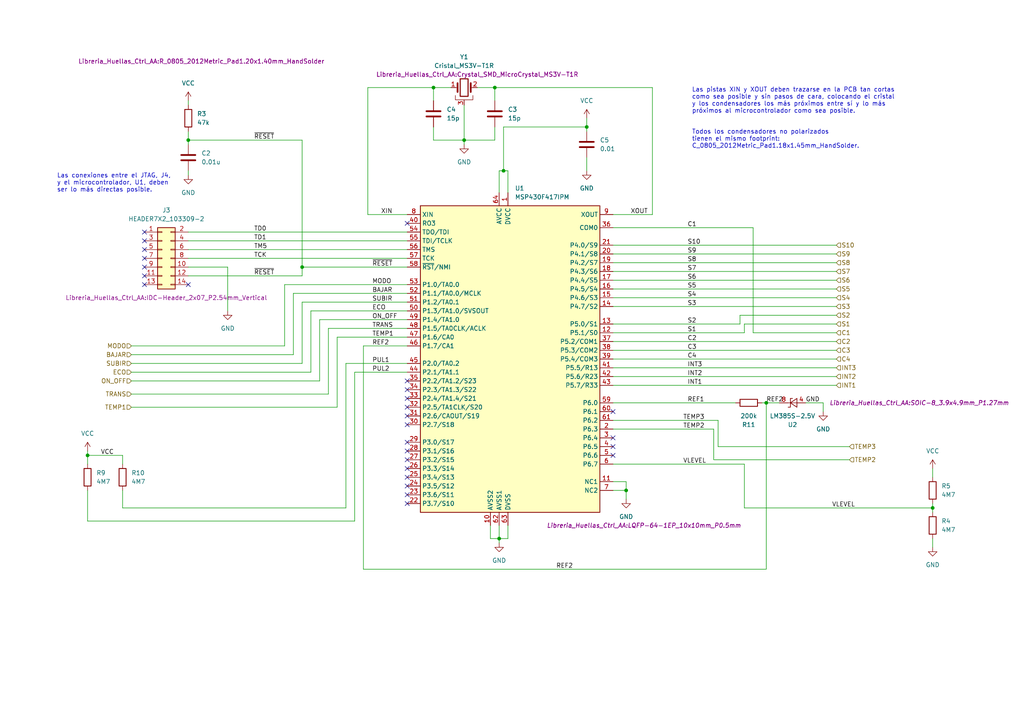
<source format=kicad_sch>
(kicad_sch (version 20211123) (generator eeschema)

  (uuid 4ab47256-652c-40af-a3ff-b0aa34fcb536)

  (paper "A4")

  (title_block
    (title "Controlador de Aire Acondicionado (Ctrl A/A)")
    (date "2022-05-26")
    (rev "0.0")
    (company "Dpt. de Teconología Electrónica. Universidad de Málaga.")
    (comment 1 "Antonio López Jiménez")
    (comment 2 "Ingeniería de Productos Electrónicos")
  )

  (lib_symbols
    (symbol "Libreria_Simbolos_Ctrl_AA:C" (pin_numbers hide) (pin_names (offset 0.254)) (in_bom yes) (on_board yes)
      (property "Reference" "C" (id 0) (at 0.635 2.54 0)
        (effects (font (size 1.27 1.27)) (justify left))
      )
      (property "Value" "C" (id 1) (at 0.635 -2.54 0)
        (effects (font (size 1.27 1.27)) (justify left))
      )
      (property "Footprint" "" (id 2) (at 0.9652 -3.81 0)
        (effects (font (size 1.27 1.27)) hide)
      )
      (property "Datasheet" "~" (id 3) (at 0 0 0)
        (effects (font (size 1.27 1.27)) hide)
      )
      (property "ki_keywords" "cap capacitor" (id 4) (at 0 0 0)
        (effects (font (size 1.27 1.27)) hide)
      )
      (property "ki_description" "Unpolarized capacitor" (id 5) (at 0 0 0)
        (effects (font (size 1.27 1.27)) hide)
      )
      (property "ki_fp_filters" "C_*" (id 6) (at 0 0 0)
        (effects (font (size 1.27 1.27)) hide)
      )
      (symbol "C_0_1"
        (polyline
          (pts
            (xy -2.032 -0.762)
            (xy 2.032 -0.762)
          )
          (stroke (width 0.508) (type default) (color 0 0 0 0))
          (fill (type none))
        )
        (polyline
          (pts
            (xy -2.032 0.762)
            (xy 2.032 0.762)
          )
          (stroke (width 0.508) (type default) (color 0 0 0 0))
          (fill (type none))
        )
      )
      (symbol "C_1_1"
        (pin passive line (at 0 3.81 270) (length 2.794)
          (name "~" (effects (font (size 1.27 1.27))))
          (number "1" (effects (font (size 1.27 1.27))))
        )
        (pin passive line (at 0 -3.81 90) (length 2.794)
          (name "~" (effects (font (size 1.27 1.27))))
          (number "2" (effects (font (size 1.27 1.27))))
        )
      )
    )
    (symbol "Libreria_Simbolos_Ctrl_AA:Cristal_MS3V-T1R" (pin_names (offset 1.016) hide) (in_bom yes) (on_board yes)
      (property "Reference" "Y" (id 0) (at 0 5.715 0)
        (effects (font (size 1.27 1.27)))
      )
      (property "Value" "Cristal_MS3V-T1R" (id 1) (at 0 3.81 0)
        (effects (font (size 1.27 1.27)))
      )
      (property "Footprint" "" (id 2) (at 0 0 0)
        (effects (font (size 1.27 1.27)) hide)
      )
      (property "Datasheet" "~" (id 3) (at 0 0 0)
        (effects (font (size 1.27 1.27)) hide)
      )
      (property "ki_keywords" "quartz ceramic resonator oscillator" (id 4) (at 0 0 0)
        (effects (font (size 1.27 1.27)) hide)
      )
      (property "ki_description" "Three pin crystal, GND on pin 3" (id 5) (at 0 0 0)
        (effects (font (size 1.27 1.27)) hide)
      )
      (property "ki_fp_filters" "Crystal*" (id 6) (at 0 0 0)
        (effects (font (size 1.27 1.27)) hide)
      )
      (symbol "Cristal_MS3V-T1R_0_1"
        (rectangle (start -1.143 2.54) (end 1.143 -2.54)
          (stroke (width 0.3048) (type default) (color 0 0 0 0))
          (fill (type none))
        )
        (polyline
          (pts
            (xy -2.54 0)
            (xy -1.905 0)
          )
          (stroke (width 0) (type default) (color 0 0 0 0))
          (fill (type none))
        )
        (polyline
          (pts
            (xy -1.905 -1.27)
            (xy -1.905 1.27)
          )
          (stroke (width 0.508) (type default) (color 0 0 0 0))
          (fill (type none))
        )
        (polyline
          (pts
            (xy 0 -3.81)
            (xy 0 -3.556)
          )
          (stroke (width 0) (type default) (color 0 0 0 0))
          (fill (type none))
        )
        (polyline
          (pts
            (xy 1.905 0)
            (xy 2.54 0)
          )
          (stroke (width 0) (type default) (color 0 0 0 0))
          (fill (type none))
        )
        (polyline
          (pts
            (xy 1.905 1.27)
            (xy 1.905 -1.27)
          )
          (stroke (width 0.508) (type default) (color 0 0 0 0))
          (fill (type none))
        )
        (polyline
          (pts
            (xy -2.54 -2.286)
            (xy -2.54 -3.556)
            (xy 2.54 -3.556)
            (xy 2.54 -2.286)
          )
          (stroke (width 0) (type default) (color 0 0 0 0))
          (fill (type none))
        )
      )
      (symbol "Cristal_MS3V-T1R_1_1"
        (pin passive line (at -3.81 0 0) (length 1.27)
          (name "1" (effects (font (size 1.27 1.27))))
          (number "1" (effects (font (size 1.27 1.27))))
        )
        (pin passive line (at 3.81 0 180) (length 1.27)
          (name "2" (effects (font (size 1.27 1.27))))
          (number "2" (effects (font (size 1.27 1.27))))
        )
        (pin passive line (at 0 -5.08 90) (length 1.27)
          (name "3" (effects (font (size 1.27 1.27))))
          (number "3" (effects (font (size 1.27 1.27))))
        )
      )
    )
    (symbol "Libreria_Simbolos_Ctrl_AA:HEADER7X2_103309-2" (pin_names (offset 1.016) hide) (in_bom yes) (on_board yes)
      (property "Reference" "J" (id 0) (at 1.27 10.16 0)
        (effects (font (size 1.27 1.27)))
      )
      (property "Value" "HEADER7X2_103309-2" (id 1) (at 1.27 -10.16 0)
        (effects (font (size 1.27 1.27)))
      )
      (property "Footprint" "" (id 2) (at 0 0 0)
        (effects (font (size 1.27 1.27)) hide)
      )
      (property "Datasheet" "~" (id 3) (at 0 0 0)
        (effects (font (size 1.27 1.27)) hide)
      )
      (property "ki_keywords" "connector" (id 4) (at 0 0 0)
        (effects (font (size 1.27 1.27)) hide)
      )
      (property "ki_description" "Generic connector, double row, 02x07, odd/even pin numbering scheme (row 1 odd numbers, row 2 even numbers), script generated (kicad-library-utils/schlib/autogen/connector/)" (id 5) (at 0 0 0)
        (effects (font (size 1.27 1.27)) hide)
      )
      (property "ki_fp_filters" "IDC?Header?2x07*" (id 6) (at 0 0 0)
        (effects (font (size 1.27 1.27)) hide)
      )
      (symbol "HEADER7X2_103309-2_1_1"
        (rectangle (start -1.27 -7.493) (end 0 -7.747)
          (stroke (width 0.1524) (type default) (color 0 0 0 0))
          (fill (type none))
        )
        (rectangle (start -1.27 -4.953) (end 0 -5.207)
          (stroke (width 0.1524) (type default) (color 0 0 0 0))
          (fill (type none))
        )
        (rectangle (start -1.27 -2.413) (end 0 -2.667)
          (stroke (width 0.1524) (type default) (color 0 0 0 0))
          (fill (type none))
        )
        (rectangle (start -1.27 0.127) (end 0 -0.127)
          (stroke (width 0.1524) (type default) (color 0 0 0 0))
          (fill (type none))
        )
        (rectangle (start -1.27 2.667) (end 0 2.413)
          (stroke (width 0.1524) (type default) (color 0 0 0 0))
          (fill (type none))
        )
        (rectangle (start -1.27 5.207) (end 0 4.953)
          (stroke (width 0.1524) (type default) (color 0 0 0 0))
          (fill (type none))
        )
        (rectangle (start -1.27 7.747) (end 0 7.493)
          (stroke (width 0.1524) (type default) (color 0 0 0 0))
          (fill (type none))
        )
        (rectangle (start -1.27 8.89) (end 3.81 -8.89)
          (stroke (width 0.254) (type default) (color 0 0 0 0))
          (fill (type background))
        )
        (rectangle (start 3.81 -7.493) (end 2.54 -7.747)
          (stroke (width 0.1524) (type default) (color 0 0 0 0))
          (fill (type none))
        )
        (rectangle (start 3.81 -4.953) (end 2.54 -5.207)
          (stroke (width 0.1524) (type default) (color 0 0 0 0))
          (fill (type none))
        )
        (rectangle (start 3.81 -2.413) (end 2.54 -2.667)
          (stroke (width 0.1524) (type default) (color 0 0 0 0))
          (fill (type none))
        )
        (rectangle (start 3.81 0.127) (end 2.54 -0.127)
          (stroke (width 0.1524) (type default) (color 0 0 0 0))
          (fill (type none))
        )
        (rectangle (start 3.81 2.667) (end 2.54 2.413)
          (stroke (width 0.1524) (type default) (color 0 0 0 0))
          (fill (type none))
        )
        (rectangle (start 3.81 5.207) (end 2.54 4.953)
          (stroke (width 0.1524) (type default) (color 0 0 0 0))
          (fill (type none))
        )
        (rectangle (start 3.81 7.747) (end 2.54 7.493)
          (stroke (width 0.1524) (type default) (color 0 0 0 0))
          (fill (type none))
        )
        (pin passive line (at -5.08 7.62 0) (length 3.81)
          (name "Pin_1" (effects (font (size 1.27 1.27))))
          (number "1" (effects (font (size 1.27 1.27))))
        )
        (pin passive line (at 7.62 -2.54 180) (length 3.81)
          (name "Pin_10" (effects (font (size 1.27 1.27))))
          (number "10" (effects (font (size 1.27 1.27))))
        )
        (pin passive line (at -5.08 -5.08 0) (length 3.81)
          (name "Pin_11" (effects (font (size 1.27 1.27))))
          (number "11" (effects (font (size 1.27 1.27))))
        )
        (pin passive line (at 7.62 -5.08 180) (length 3.81)
          (name "Pin_12" (effects (font (size 1.27 1.27))))
          (number "12" (effects (font (size 1.27 1.27))))
        )
        (pin passive line (at -5.08 -7.62 0) (length 3.81)
          (name "Pin_13" (effects (font (size 1.27 1.27))))
          (number "13" (effects (font (size 1.27 1.27))))
        )
        (pin passive line (at 7.62 -7.62 180) (length 3.81)
          (name "Pin_14" (effects (font (size 1.27 1.27))))
          (number "14" (effects (font (size 1.27 1.27))))
        )
        (pin passive line (at 7.62 7.62 180) (length 3.81)
          (name "Pin_2" (effects (font (size 1.27 1.27))))
          (number "2" (effects (font (size 1.27 1.27))))
        )
        (pin passive line (at -5.08 5.08 0) (length 3.81)
          (name "Pin_3" (effects (font (size 1.27 1.27))))
          (number "3" (effects (font (size 1.27 1.27))))
        )
        (pin passive line (at 7.62 5.08 180) (length 3.81)
          (name "Pin_4" (effects (font (size 1.27 1.27))))
          (number "4" (effects (font (size 1.27 1.27))))
        )
        (pin passive line (at -5.08 2.54 0) (length 3.81)
          (name "Pin_5" (effects (font (size 1.27 1.27))))
          (number "5" (effects (font (size 1.27 1.27))))
        )
        (pin passive line (at 7.62 2.54 180) (length 3.81)
          (name "Pin_6" (effects (font (size 1.27 1.27))))
          (number "6" (effects (font (size 1.27 1.27))))
        )
        (pin passive line (at -5.08 0 0) (length 3.81)
          (name "Pin_7" (effects (font (size 1.27 1.27))))
          (number "7" (effects (font (size 1.27 1.27))))
        )
        (pin passive line (at 7.62 0 180) (length 3.81)
          (name "Pin_8" (effects (font (size 1.27 1.27))))
          (number "8" (effects (font (size 1.27 1.27))))
        )
        (pin passive line (at -5.08 -2.54 0) (length 3.81)
          (name "Pin_9" (effects (font (size 1.27 1.27))))
          (number "9" (effects (font (size 1.27 1.27))))
        )
      )
    )
    (symbol "Libreria_Simbolos_Ctrl_AA:LM385S-2.5V" (pin_names (offset 0.0254) hide) (in_bom yes) (on_board yes)
      (property "Reference" "U" (id 0) (at 0 2.54 0)
        (effects (font (size 1.27 1.27)))
      )
      (property "Value" "LM385S-2.5V" (id 1) (at 0 -2.54 0)
        (effects (font (size 1.27 1.27)))
      )
      (property "Footprint" "Lib_H_Ctrl_AA:SOIC-8_3.9x4.9mm_P1.27mm" (id 2) (at 0.254 -4.064 0)
        (effects (font (size 1.27 1.27) italic) hide)
      )
      (property "Datasheet" "https://www.analog.com/media/en/technical-documentation/data-sheets/185fc.pdf" (id 3) (at 0 0 0)
        (effects (font (size 1.27 1.27) italic) hide)
      )
      (property "ki_keywords" "diode device voltage reference" (id 4) (at 0 0 0)
        (effects (font (size 1.27 1.27)) hide)
      )
      (property "ki_description" "2.5V Micropower Voltage Reference Diodes, SO-8" (id 5) (at 0 0 0)
        (effects (font (size 1.27 1.27)) hide)
      )
      (property "ki_fp_filters" "SOIC?8*" (id 6) (at 0 0 0)
        (effects (font (size 1.27 1.27)) hide)
      )
      (symbol "LM385S-2.5V_0_1"
        (polyline
          (pts
            (xy -1.27 0)
            (xy 0 0)
            (xy 1.27 0)
          )
          (stroke (width 0) (type default) (color 0 0 0 0))
          (fill (type none))
        )
        (polyline
          (pts
            (xy -1.27 -1.27)
            (xy 0.635 0)
            (xy -1.27 1.27)
            (xy -1.27 -1.27)
          )
          (stroke (width 0.2032) (type default) (color 0 0 0 0))
          (fill (type none))
        )
        (polyline
          (pts
            (xy 0 -1.27)
            (xy 0.635 -1.27)
            (xy 0.635 1.27)
            (xy 1.27 1.27)
          )
          (stroke (width 0.2032) (type default) (color 0 0 0 0))
          (fill (type none))
        )
      )
      (symbol "LM385S-2.5V_1_1"
        (pin passive line (at -3.81 0 0) (length 2.54)
          (name "A" (effects (font (size 1.27 1.27))))
          (number "4" (effects (font (size 1.27 1.27))))
        )
        (pin passive line (at 3.81 0 180) (length 2.54) hide
          (name "K" (effects (font (size 1.27 1.27))))
          (number "6" (effects (font (size 1.27 1.27))))
        )
        (pin passive line (at 3.81 0 180) (length 2.54)
          (name "K" (effects (font (size 1.27 1.27))))
          (number "8" (effects (font (size 1.27 1.27))))
        )
      )
    )
    (symbol "Libreria_Simbolos_Ctrl_AA:MSP430F417IPM" (in_bom yes) (on_board yes)
      (property "Reference" "U" (id 0) (at -24.13 43.18 0)
        (effects (font (size 1.27 1.27)))
      )
      (property "Value" "MSP430F417IPM" (id 1) (at 20.32 -48.26 0)
        (effects (font (size 1.27 1.27)))
      )
      (property "Footprint" "Lib_H_Ctrl_AA:LQFP-64-1EP_10x10mm_P0.5mm_EP5x5mm" (id 2) (at 39.37 -54.61 0)
        (effects (font (size 1.27 1.27) italic) hide)
      )
      (property "Datasheet" "https://www.ti.com/lit/ds/symlink/msp430f417.pdf?ts=1646827935264&ref_url=https%253A%252F%252Fwww.ti.com%252Fproduct%252FMSP430F417" (id 3) (at 36.83 -58.42 0)
        (effects (font (size 1.27 1.27)) hide)
      )
      (property "ki_keywords" "TI MSP430 16-bit mixed signal microcontroller" (id 4) (at 0 0 0)
        (effects (font (size 1.27 1.27)) hide)
      )
      (property "ki_description" "32kB Flash, 1k RAM, QFP-64" (id 5) (at 0 0 0)
        (effects (font (size 1.27 1.27)) hide)
      )
      (property "ki_fp_filters" "LQFP?64*" (id 6) (at 0 0 0)
        (effects (font (size 1.27 1.27)) hide)
      )
      (symbol "MSP430F417IPM_0_1"
        (rectangle (start -26.67 41.91) (end 25.4 -46.99)
          (stroke (width 0.254) (type default) (color 0 0 0 0))
          (fill (type background))
        )
      )
      (symbol "MSP430F417IPM_1_1"
        (pin power_in line (at -1.27 45.72 270) (length 3.81)
          (name "DVCC" (effects (font (size 1.27 1.27))))
          (number "1" (effects (font (size 1.27 1.27))))
        )
        (pin power_in line (at -6.35 -50.8 90) (length 3.81)
          (name "AVSS2" (effects (font (size 1.27 1.27))))
          (number "10" (effects (font (size 1.27 1.27))))
        )
        (pin passive line (at 29.21 -38.1 180) (length 3.81)
          (name "NC1" (effects (font (size 1.27 1.27))))
          (number "11" (effects (font (size 1.27 1.27))))
        )
        (pin bidirectional line (at 29.21 5.08 180) (length 3.81)
          (name "P5.1/S0" (effects (font (size 1.27 1.27))))
          (number "12" (effects (font (size 1.27 1.27))))
        )
        (pin bidirectional line (at 29.21 7.62 180) (length 3.81)
          (name "P5.0/S1" (effects (font (size 1.27 1.27))))
          (number "13" (effects (font (size 1.27 1.27))))
        )
        (pin bidirectional line (at 29.21 12.7 180) (length 3.81)
          (name "P4.7/S2" (effects (font (size 1.27 1.27))))
          (number "14" (effects (font (size 1.27 1.27))))
        )
        (pin bidirectional line (at 29.21 15.24 180) (length 3.81)
          (name "P4.6/S3" (effects (font (size 1.27 1.27))))
          (number "15" (effects (font (size 1.27 1.27))))
        )
        (pin bidirectional line (at 29.21 17.78 180) (length 3.81)
          (name "P4.5/S4" (effects (font (size 1.27 1.27))))
          (number "16" (effects (font (size 1.27 1.27))))
        )
        (pin bidirectional line (at 29.21 20.32 180) (length 3.81)
          (name "P4.4/S5" (effects (font (size 1.27 1.27))))
          (number "17" (effects (font (size 1.27 1.27))))
        )
        (pin bidirectional line (at 29.21 22.86 180) (length 3.81)
          (name "P4.3/S6" (effects (font (size 1.27 1.27))))
          (number "18" (effects (font (size 1.27 1.27))))
        )
        (pin bidirectional line (at 29.21 25.4 180) (length 3.81)
          (name "P4.2/S7" (effects (font (size 1.27 1.27))))
          (number "19" (effects (font (size 1.27 1.27))))
        )
        (pin bidirectional line (at 29.21 -22.86 180) (length 3.81)
          (name "P6.3" (effects (font (size 1.27 1.27))))
          (number "2" (effects (font (size 1.27 1.27))))
        )
        (pin bidirectional line (at 29.21 27.94 180) (length 3.81)
          (name "P4.1/S8" (effects (font (size 1.27 1.27))))
          (number "20" (effects (font (size 1.27 1.27))))
        )
        (pin bidirectional line (at 29.21 30.48 180) (length 3.81)
          (name "P4.0/S9" (effects (font (size 1.27 1.27))))
          (number "21" (effects (font (size 1.27 1.27))))
        )
        (pin bidirectional line (at -30.48 -44.45 0) (length 3.81)
          (name "P3.7/S10" (effects (font (size 1.27 1.27))))
          (number "22" (effects (font (size 1.27 1.27))))
        )
        (pin bidirectional line (at -30.48 -41.91 0) (length 3.81)
          (name "P3.6/S11" (effects (font (size 1.27 1.27))))
          (number "23" (effects (font (size 1.27 1.27))))
        )
        (pin bidirectional line (at -30.48 -39.37 0) (length 3.81)
          (name "P3.5/S12" (effects (font (size 1.27 1.27))))
          (number "24" (effects (font (size 1.27 1.27))))
        )
        (pin bidirectional line (at -30.48 -36.83 0) (length 3.81)
          (name "P3.4/S13" (effects (font (size 1.27 1.27))))
          (number "25" (effects (font (size 1.27 1.27))))
        )
        (pin bidirectional line (at -30.48 -34.29 0) (length 3.81)
          (name "P3.3/S14" (effects (font (size 1.27 1.27))))
          (number "26" (effects (font (size 1.27 1.27))))
        )
        (pin bidirectional line (at -30.48 -31.75 0) (length 3.81)
          (name "P3.2/S15" (effects (font (size 1.27 1.27))))
          (number "27" (effects (font (size 1.27 1.27))))
        )
        (pin bidirectional line (at -30.48 -29.21 0) (length 3.81)
          (name "P3.1/S16" (effects (font (size 1.27 1.27))))
          (number "28" (effects (font (size 1.27 1.27))))
        )
        (pin bidirectional line (at -30.48 -26.67 0) (length 3.81)
          (name "P3.0/S17" (effects (font (size 1.27 1.27))))
          (number "29" (effects (font (size 1.27 1.27))))
        )
        (pin bidirectional line (at 29.21 -25.4 180) (length 3.81)
          (name "P6.4" (effects (font (size 1.27 1.27))))
          (number "3" (effects (font (size 1.27 1.27))))
        )
        (pin bidirectional line (at -30.48 -21.59 0) (length 3.81)
          (name "P2.7/S18" (effects (font (size 1.27 1.27))))
          (number "30" (effects (font (size 1.27 1.27))))
        )
        (pin bidirectional line (at -30.48 -19.05 0) (length 3.81)
          (name "P2.6/CAOUT/S19" (effects (font (size 1.27 1.27))))
          (number "31" (effects (font (size 1.27 1.27))))
        )
        (pin bidirectional line (at -30.48 -16.51 0) (length 3.81)
          (name "P2.5/TA1CLK/S20" (effects (font (size 1.27 1.27))))
          (number "32" (effects (font (size 1.27 1.27))))
        )
        (pin bidirectional line (at -30.48 -13.97 0) (length 3.81)
          (name "P2.4/TA1.4/S21" (effects (font (size 1.27 1.27))))
          (number "33" (effects (font (size 1.27 1.27))))
        )
        (pin bidirectional line (at -30.48 -11.43 0) (length 3.81)
          (name "P2.3/TA1.3/S22" (effects (font (size 1.27 1.27))))
          (number "34" (effects (font (size 1.27 1.27))))
        )
        (pin bidirectional line (at -30.48 -8.89 0) (length 3.81)
          (name "P2.2/TA1.2/S23" (effects (font (size 1.27 1.27))))
          (number "35" (effects (font (size 1.27 1.27))))
        )
        (pin bidirectional line (at 29.21 35.56 180) (length 3.81)
          (name "COM0" (effects (font (size 1.27 1.27))))
          (number "36" (effects (font (size 1.27 1.27))))
        )
        (pin bidirectional line (at 29.21 2.54 180) (length 3.81)
          (name "P5.2/COM1" (effects (font (size 1.27 1.27))))
          (number "37" (effects (font (size 1.27 1.27))))
        )
        (pin bidirectional line (at 29.21 0 180) (length 3.81)
          (name "P5.3/COM2" (effects (font (size 1.27 1.27))))
          (number "38" (effects (font (size 1.27 1.27))))
        )
        (pin bidirectional line (at 29.21 -2.54 180) (length 3.81)
          (name "P5.4/COM3" (effects (font (size 1.27 1.27))))
          (number "39" (effects (font (size 1.27 1.27))))
        )
        (pin bidirectional line (at 29.21 -27.94 180) (length 3.81)
          (name "P6.5" (effects (font (size 1.27 1.27))))
          (number "4" (effects (font (size 1.27 1.27))))
        )
        (pin input line (at -30.48 36.83 0) (length 3.81)
          (name "RO3" (effects (font (size 1.27 1.27))))
          (number "40" (effects (font (size 1.27 1.27))))
        )
        (pin bidirectional line (at 29.21 -5.08 180) (length 3.81)
          (name "P5.5/R13" (effects (font (size 1.27 1.27))))
          (number "41" (effects (font (size 1.27 1.27))))
        )
        (pin bidirectional line (at 29.21 -7.62 180) (length 3.81)
          (name "P5.6/R23" (effects (font (size 1.27 1.27))))
          (number "42" (effects (font (size 1.27 1.27))))
        )
        (pin bidirectional line (at 29.21 -10.16 180) (length 3.81)
          (name "P5.7/R33" (effects (font (size 1.27 1.27))))
          (number "43" (effects (font (size 1.27 1.27))))
        )
        (pin bidirectional line (at -30.48 -6.35 0) (length 3.81)
          (name "P2.1/TA1.1" (effects (font (size 1.27 1.27))))
          (number "44" (effects (font (size 1.27 1.27))))
        )
        (pin bidirectional line (at -30.48 -3.81 0) (length 3.81)
          (name "P2.0/TA0.2" (effects (font (size 1.27 1.27))))
          (number "45" (effects (font (size 1.27 1.27))))
        )
        (pin bidirectional line (at -30.48 1.27 0) (length 3.81)
          (name "P1.7/CA1" (effects (font (size 1.27 1.27))))
          (number "46" (effects (font (size 1.27 1.27))))
        )
        (pin bidirectional line (at -30.48 3.81 0) (length 3.81)
          (name "P1.6/CA0" (effects (font (size 1.27 1.27))))
          (number "47" (effects (font (size 1.27 1.27))))
        )
        (pin bidirectional line (at -30.48 6.35 0) (length 3.81)
          (name "P1.5/TA0CLK/ACLK" (effects (font (size 1.27 1.27))))
          (number "48" (effects (font (size 1.27 1.27))))
        )
        (pin bidirectional line (at -30.48 8.89 0) (length 3.81)
          (name "P1.4/TA1.0" (effects (font (size 1.27 1.27))))
          (number "49" (effects (font (size 1.27 1.27))))
        )
        (pin bidirectional line (at 29.21 -30.48 180) (length 3.81)
          (name "P6.6" (effects (font (size 1.27 1.27))))
          (number "5" (effects (font (size 1.27 1.27))))
        )
        (pin bidirectional line (at -30.48 11.43 0) (length 3.81)
          (name "P1.3/TA1.0/SVSOUT" (effects (font (size 1.27 1.27))))
          (number "50" (effects (font (size 1.27 1.27))))
        )
        (pin bidirectional line (at -30.48 13.97 0) (length 3.81)
          (name "P1.2/TA0.1" (effects (font (size 1.27 1.27))))
          (number "51" (effects (font (size 1.27 1.27))))
        )
        (pin bidirectional line (at -30.48 16.51 0) (length 3.81)
          (name "P1.1/TA0.0/MCLK" (effects (font (size 1.27 1.27))))
          (number "52" (effects (font (size 1.27 1.27))))
        )
        (pin bidirectional line (at -30.48 19.05 0) (length 3.81)
          (name "P1.0/TA0.0" (effects (font (size 1.27 1.27))))
          (number "53" (effects (font (size 1.27 1.27))))
        )
        (pin bidirectional line (at -30.48 34.29 0) (length 3.81)
          (name "TDO/TDI" (effects (font (size 1.27 1.27))))
          (number "54" (effects (font (size 1.27 1.27))))
        )
        (pin bidirectional line (at -30.48 31.75 0) (length 3.81)
          (name "TDI/TCLK" (effects (font (size 1.27 1.27))))
          (number "55" (effects (font (size 1.27 1.27))))
        )
        (pin bidirectional line (at -30.48 29.21 0) (length 3.81)
          (name "TMS" (effects (font (size 1.27 1.27))))
          (number "56" (effects (font (size 1.27 1.27))))
        )
        (pin bidirectional line (at -30.48 26.67 0) (length 3.81)
          (name "TCK" (effects (font (size 1.27 1.27))))
          (number "57" (effects (font (size 1.27 1.27))))
        )
        (pin bidirectional line (at -30.48 24.13 0) (length 3.81)
          (name "~{RST}/NMI" (effects (font (size 1.27 1.27))))
          (number "58" (effects (font (size 1.27 1.27))))
        )
        (pin bidirectional line (at 29.21 -15.24 180) (length 3.81)
          (name "P6.0" (effects (font (size 1.27 1.27))))
          (number "59" (effects (font (size 1.27 1.27))))
        )
        (pin bidirectional line (at 29.21 -33.02 180) (length 3.81)
          (name "P6.7" (effects (font (size 1.27 1.27))))
          (number "6" (effects (font (size 1.27 1.27))))
        )
        (pin bidirectional line (at 29.21 -17.78 180) (length 3.81)
          (name "P6.1" (effects (font (size 1.27 1.27))))
          (number "60" (effects (font (size 1.27 1.27))))
        )
        (pin bidirectional line (at 29.21 -20.32 180) (length 3.81)
          (name "P6.2" (effects (font (size 1.27 1.27))))
          (number "61" (effects (font (size 1.27 1.27))))
        )
        (pin power_in line (at -3.81 -50.8 90) (length 3.81)
          (name "AVSS1" (effects (font (size 1.27 1.27))))
          (number "62" (effects (font (size 1.27 1.27))))
        )
        (pin power_in line (at -1.27 -50.8 90) (length 3.81)
          (name "DVSS" (effects (font (size 1.27 1.27))))
          (number "63" (effects (font (size 1.27 1.27))))
        )
        (pin power_in line (at -3.81 45.72 270) (length 3.81)
          (name "AVCC" (effects (font (size 1.27 1.27))))
          (number "64" (effects (font (size 1.27 1.27))))
        )
        (pin passive line (at 29.21 -40.64 180) (length 3.81)
          (name "NC2" (effects (font (size 1.27 1.27))))
          (number "7" (effects (font (size 1.27 1.27))))
        )
        (pin bidirectional line (at -30.48 39.37 0) (length 3.81)
          (name "XIN" (effects (font (size 1.27 1.27))))
          (number "8" (effects (font (size 1.27 1.27))))
        )
        (pin bidirectional line (at 29.21 39.37 180) (length 3.81)
          (name "XOUT" (effects (font (size 1.27 1.27))))
          (number "9" (effects (font (size 1.27 1.27))))
        )
      )
    )
    (symbol "Libreria_Simbolos_Ctrl_AA:R" (pin_numbers hide) (pin_names (offset 0)) (in_bom yes) (on_board yes)
      (property "Reference" "R" (id 0) (at 2.032 0 90)
        (effects (font (size 1.27 1.27)))
      )
      (property "Value" "R" (id 1) (at 0 0 90)
        (effects (font (size 1.27 1.27)))
      )
      (property "Footprint" "" (id 2) (at -1.778 0 90)
        (effects (font (size 1.27 1.27)) hide)
      )
      (property "Datasheet" "~" (id 3) (at 0 0 0)
        (effects (font (size 1.27 1.27)) hide)
      )
      (property "ki_keywords" "R res resistor" (id 4) (at 0 0 0)
        (effects (font (size 1.27 1.27)) hide)
      )
      (property "ki_description" "Resistor" (id 5) (at 0 0 0)
        (effects (font (size 1.27 1.27)) hide)
      )
      (property "ki_fp_filters" "R_*" (id 6) (at 0 0 0)
        (effects (font (size 1.27 1.27)) hide)
      )
      (symbol "R_0_1"
        (rectangle (start -1.016 -2.54) (end 1.016 2.54)
          (stroke (width 0.254) (type default) (color 0 0 0 0))
          (fill (type none))
        )
      )
      (symbol "R_1_1"
        (pin passive line (at 0 3.81 270) (length 1.27)
          (name "~" (effects (font (size 1.27 1.27))))
          (number "1" (effects (font (size 1.27 1.27))))
        )
        (pin passive line (at 0 -3.81 90) (length 1.27)
          (name "~" (effects (font (size 1.27 1.27))))
          (number "2" (effects (font (size 1.27 1.27))))
        )
      )
    )
    (symbol "power:GND" (power) (pin_names (offset 0)) (in_bom yes) (on_board yes)
      (property "Reference" "#PWR" (id 0) (at 0 -6.35 0)
        (effects (font (size 1.27 1.27)) hide)
      )
      (property "Value" "GND" (id 1) (at 0 -3.81 0)
        (effects (font (size 1.27 1.27)))
      )
      (property "Footprint" "" (id 2) (at 0 0 0)
        (effects (font (size 1.27 1.27)) hide)
      )
      (property "Datasheet" "" (id 3) (at 0 0 0)
        (effects (font (size 1.27 1.27)) hide)
      )
      (property "ki_keywords" "power-flag" (id 4) (at 0 0 0)
        (effects (font (size 1.27 1.27)) hide)
      )
      (property "ki_description" "Power symbol creates a global label with name \"GND\" , ground" (id 5) (at 0 0 0)
        (effects (font (size 1.27 1.27)) hide)
      )
      (symbol "GND_0_1"
        (polyline
          (pts
            (xy 0 0)
            (xy 0 -1.27)
            (xy 1.27 -1.27)
            (xy 0 -2.54)
            (xy -1.27 -1.27)
            (xy 0 -1.27)
          )
          (stroke (width 0) (type default) (color 0 0 0 0))
          (fill (type none))
        )
      )
      (symbol "GND_1_1"
        (pin power_in line (at 0 0 270) (length 0) hide
          (name "GND" (effects (font (size 1.27 1.27))))
          (number "1" (effects (font (size 1.27 1.27))))
        )
      )
    )
    (symbol "power:VCC" (power) (pin_names (offset 0)) (in_bom yes) (on_board yes)
      (property "Reference" "#PWR" (id 0) (at 0 -3.81 0)
        (effects (font (size 1.27 1.27)) hide)
      )
      (property "Value" "VCC" (id 1) (at 0 3.81 0)
        (effects (font (size 1.27 1.27)))
      )
      (property "Footprint" "" (id 2) (at 0 0 0)
        (effects (font (size 1.27 1.27)) hide)
      )
      (property "Datasheet" "" (id 3) (at 0 0 0)
        (effects (font (size 1.27 1.27)) hide)
      )
      (property "ki_keywords" "power-flag" (id 4) (at 0 0 0)
        (effects (font (size 1.27 1.27)) hide)
      )
      (property "ki_description" "Power symbol creates a global label with name \"VCC\"" (id 5) (at 0 0 0)
        (effects (font (size 1.27 1.27)) hide)
      )
      (symbol "VCC_0_1"
        (polyline
          (pts
            (xy -0.762 1.27)
            (xy 0 2.54)
          )
          (stroke (width 0) (type default) (color 0 0 0 0))
          (fill (type none))
        )
        (polyline
          (pts
            (xy 0 0)
            (xy 0 2.54)
          )
          (stroke (width 0) (type default) (color 0 0 0 0))
          (fill (type none))
        )
        (polyline
          (pts
            (xy 0 2.54)
            (xy 0.762 1.27)
          )
          (stroke (width 0) (type default) (color 0 0 0 0))
          (fill (type none))
        )
      )
      (symbol "VCC_1_1"
        (pin power_in line (at 0 0 90) (length 0) hide
          (name "VCC" (effects (font (size 1.27 1.27))))
          (number "1" (effects (font (size 1.27 1.27))))
        )
      )
    )
  )

  (junction (at 87.63 77.47) (diameter 0) (color 0 0 0 0)
    (uuid 0e107ac0-3b1f-4e62-92d9-6431d5caac04)
  )
  (junction (at 144.78 156.21) (diameter 0) (color 0 0 0 0)
    (uuid 22540d56-1a2b-41ee-8d4c-276c2176c89e)
  )
  (junction (at 125.73 25.4) (diameter 0) (color 0 0 0 0)
    (uuid 2708b474-7b5b-4f9e-902e-cea4a599c755)
  )
  (junction (at 146.05 49.53) (diameter 0) (color 0 0 0 0)
    (uuid 284ad60b-a073-4539-b389-d4e056831ff9)
  )
  (junction (at 170.18 36.83) (diameter 0) (color 0 0 0 0)
    (uuid 2d1f671a-d7f4-4ecd-815d-7b481b0f70d5)
  )
  (junction (at 222.25 116.84) (diameter 0) (color 0 0 0 0)
    (uuid 34372ed3-24c0-45bf-91fc-a8b2480b988e)
  )
  (junction (at 54.61 40.64) (diameter 0) (color 0 0 0 0)
    (uuid 4a6cd7fe-4fa2-4ce1-a37e-17674a88903e)
  )
  (junction (at 181.61 142.24) (diameter 0) (color 0 0 0 0)
    (uuid 86b1d035-9d50-459e-9111-291a88f590a1)
  )
  (junction (at 134.62 40.64) (diameter 0) (color 0 0 0 0)
    (uuid a42b2f59-59bd-466e-84b4-056312b9aa5a)
  )
  (junction (at 270.51 147.32) (diameter 0) (color 0 0 0 0)
    (uuid bb1363d0-cd8e-49b7-96e1-06b2b6c1070d)
  )
  (junction (at 25.4 132.08) (diameter 0) (color 0 0 0 0)
    (uuid d8746f2e-b55e-4798-bddc-b5ac0eb50a6f)
  )
  (junction (at 143.51 25.4) (diameter 0) (color 0 0 0 0)
    (uuid ff3617a7-5348-4484-a90d-fa259bd2ad76)
  )

  (no_connect (at 118.11 113.03) (uuid 422a7fbe-3cc2-45e0-85f0-d7bc06c64ae8))
  (no_connect (at 118.11 115.57) (uuid 422a7fbe-3cc2-45e0-85f0-d7bc06c64ae9))
  (no_connect (at 118.11 110.49) (uuid 422a7fbe-3cc2-45e0-85f0-d7bc06c64aea))
  (no_connect (at 118.11 118.11) (uuid 422a7fbe-3cc2-45e0-85f0-d7bc06c64aeb))
  (no_connect (at 118.11 120.65) (uuid 422a7fbe-3cc2-45e0-85f0-d7bc06c64aec))
  (no_connect (at 118.11 123.19) (uuid 422a7fbe-3cc2-45e0-85f0-d7bc06c64aed))
  (no_connect (at 118.11 128.27) (uuid 422a7fbe-3cc2-45e0-85f0-d7bc06c64aee))
  (no_connect (at 118.11 130.81) (uuid 422a7fbe-3cc2-45e0-85f0-d7bc06c64aef))
  (no_connect (at 118.11 133.35) (uuid 422a7fbe-3cc2-45e0-85f0-d7bc06c64af0))
  (no_connect (at 118.11 135.89) (uuid 422a7fbe-3cc2-45e0-85f0-d7bc06c64af1))
  (no_connect (at 118.11 138.43) (uuid 422a7fbe-3cc2-45e0-85f0-d7bc06c64af2))
  (no_connect (at 118.11 140.97) (uuid 422a7fbe-3cc2-45e0-85f0-d7bc06c64af3))
  (no_connect (at 118.11 143.51) (uuid 422a7fbe-3cc2-45e0-85f0-d7bc06c64af4))
  (no_connect (at 118.11 146.05) (uuid 422a7fbe-3cc2-45e0-85f0-d7bc06c64af5))
  (no_connect (at 177.8 119.38) (uuid 422a7fbe-3cc2-45e0-85f0-d7bc06c64af6))
  (no_connect (at 177.8 127) (uuid 422a7fbe-3cc2-45e0-85f0-d7bc06c64af7))
  (no_connect (at 177.8 129.54) (uuid 422a7fbe-3cc2-45e0-85f0-d7bc06c64af8))
  (no_connect (at 177.8 132.08) (uuid 422a7fbe-3cc2-45e0-85f0-d7bc06c64af9))
  (no_connect (at 118.11 64.77) (uuid 422a7fbe-3cc2-45e0-85f0-d7bc06c64afa))
  (no_connect (at 41.91 67.31) (uuid a30ad5c5-aae2-4f4c-8952-1331eb771a4a))
  (no_connect (at 41.91 69.85) (uuid a30ad5c5-aae2-4f4c-8952-1331eb771a4b))
  (no_connect (at 41.91 72.39) (uuid a30ad5c5-aae2-4f4c-8952-1331eb771a4c))
  (no_connect (at 41.91 74.93) (uuid a30ad5c5-aae2-4f4c-8952-1331eb771a4d))
  (no_connect (at 41.91 77.47) (uuid a30ad5c5-aae2-4f4c-8952-1331eb771a4e))
  (no_connect (at 41.91 80.01) (uuid a30ad5c5-aae2-4f4c-8952-1331eb771a4f))
  (no_connect (at 41.91 82.55) (uuid a30ad5c5-aae2-4f4c-8952-1331eb771a50))
  (no_connect (at 54.61 82.55) (uuid a30ad5c5-aae2-4f4c-8952-1331eb771a51))

  (wire (pts (xy 177.8 109.22) (xy 242.57 109.22))
    (stroke (width 0) (type default) (color 0 0 0 0))
    (uuid 00577e10-2039-4df2-96a7-35e8eb583342)
  )
  (wire (pts (xy 35.56 147.32) (xy 100.33 147.32))
    (stroke (width 0) (type default) (color 0 0 0 0))
    (uuid 04f962a8-f87b-44d3-9892-ee1ce16e9372)
  )
  (wire (pts (xy 181.61 142.24) (xy 177.8 142.24))
    (stroke (width 0) (type default) (color 0 0 0 0))
    (uuid 0805f004-cffc-4d3f-9881-d68f1a34c05d)
  )
  (wire (pts (xy 134.62 40.64) (xy 134.62 41.91))
    (stroke (width 0) (type default) (color 0 0 0 0))
    (uuid 08f9df87-976c-49ad-bb46-fc45c28a77e2)
  )
  (wire (pts (xy 54.61 77.47) (xy 66.04 77.47))
    (stroke (width 0) (type default) (color 0 0 0 0))
    (uuid 1475541c-bfbd-48f3-9f4f-982b266ec8d5)
  )
  (wire (pts (xy 177.8 116.84) (xy 213.36 116.84))
    (stroke (width 0) (type default) (color 0 0 0 0))
    (uuid 160c9084-6831-4769-96ab-faa1f176aff4)
  )
  (wire (pts (xy 38.1 110.49) (xy 92.71 110.49))
    (stroke (width 0) (type default) (color 0 0 0 0))
    (uuid 1725090b-2699-4fed-8d14-ddd0dc8b3733)
  )
  (wire (pts (xy 85.09 85.09) (xy 85.09 102.87))
    (stroke (width 0) (type default) (color 0 0 0 0))
    (uuid 196f67c3-f29d-4c87-a3b6-1924cf540a04)
  )
  (wire (pts (xy 66.04 77.47) (xy 66.04 90.17))
    (stroke (width 0) (type default) (color 0 0 0 0))
    (uuid 1a4d5d09-f766-48e1-aa57-b786f403d0c2)
  )
  (wire (pts (xy 54.61 72.39) (xy 118.11 72.39))
    (stroke (width 0) (type default) (color 0 0 0 0))
    (uuid 1a60e6f0-6732-45e3-9d5e-e13c96b33633)
  )
  (wire (pts (xy 270.51 147.32) (xy 270.51 148.59))
    (stroke (width 0) (type default) (color 0 0 0 0))
    (uuid 1a8b8c54-4759-4f95-aba2-6ae17966ff82)
  )
  (wire (pts (xy 82.55 82.55) (xy 118.11 82.55))
    (stroke (width 0) (type default) (color 0 0 0 0))
    (uuid 1c1b1fe9-2152-41ef-9958-567d1556d625)
  )
  (wire (pts (xy 100.33 147.32) (xy 100.33 105.41))
    (stroke (width 0) (type default) (color 0 0 0 0))
    (uuid 1c30dda2-ea3f-4392-aee6-a89e18d327fc)
  )
  (wire (pts (xy 35.56 134.62) (xy 35.56 132.08))
    (stroke (width 0) (type default) (color 0 0 0 0))
    (uuid 1c36a491-cf47-4935-ab96-d959c20489f1)
  )
  (wire (pts (xy 38.1 100.33) (xy 82.55 100.33))
    (stroke (width 0) (type default) (color 0 0 0 0))
    (uuid 20fff041-01a0-4417-9ead-171db1d5341b)
  )
  (wire (pts (xy 95.25 95.25) (xy 95.25 114.3))
    (stroke (width 0) (type default) (color 0 0 0 0))
    (uuid 221cf130-4a83-452f-a6f3-5ccfc908cdc6)
  )
  (wire (pts (xy 25.4 130.81) (xy 25.4 132.08))
    (stroke (width 0) (type default) (color 0 0 0 0))
    (uuid 256a8291-4b18-4013-8280-9521ab90230a)
  )
  (wire (pts (xy 25.4 132.08) (xy 25.4 134.62))
    (stroke (width 0) (type default) (color 0 0 0 0))
    (uuid 258af204-0507-46f8-ab13-22d5d2d48f63)
  )
  (wire (pts (xy 38.1 105.41) (xy 87.63 105.41))
    (stroke (width 0) (type default) (color 0 0 0 0))
    (uuid 25c1f1bb-8604-485f-a296-b75ef39dfc61)
  )
  (wire (pts (xy 125.73 29.21) (xy 125.73 25.4))
    (stroke (width 0) (type default) (color 0 0 0 0))
    (uuid 25dcb5c2-5b22-4c48-82c8-61bed9281b3a)
  )
  (wire (pts (xy 270.51 156.21) (xy 270.51 158.75))
    (stroke (width 0) (type default) (color 0 0 0 0))
    (uuid 27164e5f-9921-4a1a-aed2-f98b60432fba)
  )
  (wire (pts (xy 215.9 134.62) (xy 215.9 147.32))
    (stroke (width 0) (type default) (color 0 0 0 0))
    (uuid 297bc8aa-176b-4ef4-876c-257793e6e16e)
  )
  (wire (pts (xy 54.61 80.01) (xy 87.63 80.01))
    (stroke (width 0) (type default) (color 0 0 0 0))
    (uuid 2bb9f4dc-7099-4e04-b686-7d555f16e49b)
  )
  (wire (pts (xy 177.8 71.12) (xy 242.57 71.12))
    (stroke (width 0) (type default) (color 0 0 0 0))
    (uuid 2e8e3f47-078a-4c98-a739-e0c0ce33f12f)
  )
  (wire (pts (xy 87.63 77.47) (xy 118.11 77.47))
    (stroke (width 0) (type default) (color 0 0 0 0))
    (uuid 308310ab-7091-43ee-8ecc-ab9faf5a16bc)
  )
  (wire (pts (xy 177.8 134.62) (xy 215.9 134.62))
    (stroke (width 0) (type default) (color 0 0 0 0))
    (uuid 3183a9a9-1f50-40a8-b3e2-7b6cfa5f5973)
  )
  (wire (pts (xy 177.8 96.52) (xy 215.9 96.52))
    (stroke (width 0) (type default) (color 0 0 0 0))
    (uuid 3284515d-7a50-4983-a6e7-067a7f993d1b)
  )
  (wire (pts (xy 189.23 25.4) (xy 189.23 62.23))
    (stroke (width 0) (type default) (color 0 0 0 0))
    (uuid 3294b504-32b6-4b41-b71a-630f1220743d)
  )
  (wire (pts (xy 125.73 40.64) (xy 134.62 40.64))
    (stroke (width 0) (type default) (color 0 0 0 0))
    (uuid 34ecc948-4640-4f54-8884-2a3460348b92)
  )
  (wire (pts (xy 170.18 45.72) (xy 170.18 49.53))
    (stroke (width 0) (type default) (color 0 0 0 0))
    (uuid 3821688f-aac4-4036-b08c-2a3d04c6c1fc)
  )
  (wire (pts (xy 87.63 40.64) (xy 87.63 77.47))
    (stroke (width 0) (type default) (color 0 0 0 0))
    (uuid 3a24f43b-3120-43b3-8c9c-b1193c29d5f8)
  )
  (wire (pts (xy 215.9 93.98) (xy 242.57 93.98))
    (stroke (width 0) (type default) (color 0 0 0 0))
    (uuid 3b79717b-33c1-42a3-9a49-9eebf2f6b4c1)
  )
  (wire (pts (xy 218.44 96.52) (xy 242.57 96.52))
    (stroke (width 0) (type default) (color 0 0 0 0))
    (uuid 3de585a2-f572-423a-9fdb-835bc8993f79)
  )
  (wire (pts (xy 218.44 66.04) (xy 218.44 96.52))
    (stroke (width 0) (type default) (color 0 0 0 0))
    (uuid 3f148da5-b349-4011-ba8f-5f27afbae2d8)
  )
  (wire (pts (xy 38.1 102.87) (xy 85.09 102.87))
    (stroke (width 0) (type default) (color 0 0 0 0))
    (uuid 3fed6f67-a5ee-4115-a6f1-31371eb5f363)
  )
  (wire (pts (xy 102.87 151.13) (xy 102.87 107.95))
    (stroke (width 0) (type default) (color 0 0 0 0))
    (uuid 41afd8b3-8bad-44eb-8ae6-6fcfdaf206b6)
  )
  (wire (pts (xy 106.68 62.23) (xy 106.68 25.4))
    (stroke (width 0) (type default) (color 0 0 0 0))
    (uuid 459c9b2b-4c25-49d1-bd44-48d013a0c788)
  )
  (wire (pts (xy 54.61 29.21) (xy 54.61 30.48))
    (stroke (width 0) (type default) (color 0 0 0 0))
    (uuid 45a3a987-b01e-43c0-a6c4-152e41cc3a1f)
  )
  (wire (pts (xy 146.05 36.83) (xy 170.18 36.83))
    (stroke (width 0) (type default) (color 0 0 0 0))
    (uuid 4aba16df-61b2-43de-9a8a-0119174fcbe0)
  )
  (wire (pts (xy 54.61 69.85) (xy 118.11 69.85))
    (stroke (width 0) (type default) (color 0 0 0 0))
    (uuid 4b0f3496-7984-4321-803f-245701a57320)
  )
  (wire (pts (xy 208.28 129.54) (xy 246.38 129.54))
    (stroke (width 0) (type default) (color 0 0 0 0))
    (uuid 4cc35252-26ea-4b03-8ee8-5f241f77ae07)
  )
  (wire (pts (xy 102.87 107.95) (xy 118.11 107.95))
    (stroke (width 0) (type default) (color 0 0 0 0))
    (uuid 4dd9f940-10bf-4017-a2cc-6519b94af3da)
  )
  (wire (pts (xy 177.8 111.76) (xy 242.57 111.76))
    (stroke (width 0) (type default) (color 0 0 0 0))
    (uuid 504d403b-be7d-4b5b-85e1-535567187646)
  )
  (wire (pts (xy 207.01 133.35) (xy 246.38 133.35))
    (stroke (width 0) (type default) (color 0 0 0 0))
    (uuid 506ef465-d9a5-488e-a5fe-6c67d08e70be)
  )
  (wire (pts (xy 177.8 86.36) (xy 242.57 86.36))
    (stroke (width 0) (type default) (color 0 0 0 0))
    (uuid 519c92b9-d4f6-4d3e-8a49-b70ca3b6c612)
  )
  (wire (pts (xy 54.61 49.53) (xy 54.61 50.8))
    (stroke (width 0) (type default) (color 0 0 0 0))
    (uuid 5251316f-7482-4a55-9c53-87ef6bc09780)
  )
  (wire (pts (xy 54.61 74.93) (xy 118.11 74.93))
    (stroke (width 0) (type default) (color 0 0 0 0))
    (uuid 5863bfb2-889d-4b20-b05b-848bb832361f)
  )
  (wire (pts (xy 215.9 147.32) (xy 270.51 147.32))
    (stroke (width 0) (type default) (color 0 0 0 0))
    (uuid 587f112d-0dfc-4868-85f7-2d65d1e06859)
  )
  (wire (pts (xy 97.79 97.79) (xy 118.11 97.79))
    (stroke (width 0) (type default) (color 0 0 0 0))
    (uuid 58b350e6-4ea1-44cf-92a0-fad1e40a4c9c)
  )
  (wire (pts (xy 118.11 62.23) (xy 106.68 62.23))
    (stroke (width 0) (type default) (color 0 0 0 0))
    (uuid 5a20c9de-d30f-4cb1-8202-1cf36d6052b7)
  )
  (wire (pts (xy 214.63 91.44) (xy 242.57 91.44))
    (stroke (width 0) (type default) (color 0 0 0 0))
    (uuid 5c3264c2-e082-461e-a156-e277fc6df94f)
  )
  (wire (pts (xy 207.01 124.46) (xy 207.01 133.35))
    (stroke (width 0) (type default) (color 0 0 0 0))
    (uuid 63e46103-f065-49f4-b6c9-6395aa59d3d9)
  )
  (wire (pts (xy 147.32 49.53) (xy 146.05 49.53))
    (stroke (width 0) (type default) (color 0 0 0 0))
    (uuid 64214bfd-c42a-4caa-95ae-8a99ca0cc45f)
  )
  (wire (pts (xy 125.73 36.83) (xy 125.73 40.64))
    (stroke (width 0) (type default) (color 0 0 0 0))
    (uuid 66104dff-8874-44b3-a477-c47d1817fd03)
  )
  (wire (pts (xy 85.09 85.09) (xy 118.11 85.09))
    (stroke (width 0) (type default) (color 0 0 0 0))
    (uuid 669b9bdf-d977-4830-bc28-080dc7d5851e)
  )
  (wire (pts (xy 125.73 25.4) (xy 130.81 25.4))
    (stroke (width 0) (type default) (color 0 0 0 0))
    (uuid 672c2670-0dc6-4477-bdc5-87c8021acee7)
  )
  (wire (pts (xy 38.1 118.11) (xy 97.79 118.11))
    (stroke (width 0) (type default) (color 0 0 0 0))
    (uuid 68a48afd-52ea-4469-bdfe-c6e04ae7f217)
  )
  (wire (pts (xy 144.78 49.53) (xy 144.78 55.88))
    (stroke (width 0) (type default) (color 0 0 0 0))
    (uuid 69680d30-da00-4883-9372-bfa95200cc82)
  )
  (wire (pts (xy 177.8 81.28) (xy 242.57 81.28))
    (stroke (width 0) (type default) (color 0 0 0 0))
    (uuid 6bd0ab34-d8f9-4f76-bace-a6a5c3281ae6)
  )
  (wire (pts (xy 144.78 156.21) (xy 144.78 157.48))
    (stroke (width 0) (type default) (color 0 0 0 0))
    (uuid 6d6af3b1-8362-4c52-83fe-3837563b35c9)
  )
  (wire (pts (xy 177.8 93.98) (xy 214.63 93.98))
    (stroke (width 0) (type default) (color 0 0 0 0))
    (uuid 6f2b3d34-50a2-4daa-b5b9-a70655d1b687)
  )
  (wire (pts (xy 177.8 66.04) (xy 218.44 66.04))
    (stroke (width 0) (type default) (color 0 0 0 0))
    (uuid 6f4ea0c7-febe-4014-bcee-7686018358b3)
  )
  (wire (pts (xy 38.1 107.95) (xy 90.17 107.95))
    (stroke (width 0) (type default) (color 0 0 0 0))
    (uuid 6fb6d334-143a-4293-99f5-d334cc9fee88)
  )
  (wire (pts (xy 270.51 146.05) (xy 270.51 147.32))
    (stroke (width 0) (type default) (color 0 0 0 0))
    (uuid 735cb7cc-963e-4922-9d2a-d29efe7cdb83)
  )
  (wire (pts (xy 142.24 152.4) (xy 142.24 156.21))
    (stroke (width 0) (type default) (color 0 0 0 0))
    (uuid 78997948-5539-4d17-8117-0ed2e2ea695f)
  )
  (wire (pts (xy 87.63 87.63) (xy 87.63 105.41))
    (stroke (width 0) (type default) (color 0 0 0 0))
    (uuid 78fabd41-7011-4944-af6e-015670f42345)
  )
  (wire (pts (xy 215.9 96.52) (xy 215.9 93.98))
    (stroke (width 0) (type default) (color 0 0 0 0))
    (uuid 7a796cda-7dd3-4791-858b-d136db12a791)
  )
  (wire (pts (xy 146.05 49.53) (xy 146.05 36.83))
    (stroke (width 0) (type default) (color 0 0 0 0))
    (uuid 7bc5f5d2-bb22-4808-8faa-6bd4ebdfc376)
  )
  (wire (pts (xy 100.33 105.41) (xy 118.11 105.41))
    (stroke (width 0) (type default) (color 0 0 0 0))
    (uuid 7d804e7f-59c8-42fa-880d-1a0c41dfad3d)
  )
  (wire (pts (xy 170.18 34.29) (xy 170.18 36.83))
    (stroke (width 0) (type default) (color 0 0 0 0))
    (uuid 871d207e-4e2b-4bf8-89c8-add8aa161358)
  )
  (wire (pts (xy 38.1 114.3) (xy 95.25 114.3))
    (stroke (width 0) (type default) (color 0 0 0 0))
    (uuid 8740522f-03a2-4d17-a982-6f570110439d)
  )
  (wire (pts (xy 147.32 152.4) (xy 147.32 156.21))
    (stroke (width 0) (type default) (color 0 0 0 0))
    (uuid 8c63ee01-de92-4314-b990-5fd89999ec16)
  )
  (wire (pts (xy 177.8 73.66) (xy 242.57 73.66))
    (stroke (width 0) (type default) (color 0 0 0 0))
    (uuid 8df284bd-7180-4dde-9449-aebe863d28a3)
  )
  (wire (pts (xy 106.68 25.4) (xy 125.73 25.4))
    (stroke (width 0) (type default) (color 0 0 0 0))
    (uuid 92aaf911-3ae1-4c17-ba6d-988cb5afe1cc)
  )
  (wire (pts (xy 144.78 152.4) (xy 144.78 156.21))
    (stroke (width 0) (type default) (color 0 0 0 0))
    (uuid 956d829a-aebc-4a7e-8505-3ea3f9bfaba9)
  )
  (wire (pts (xy 143.51 25.4) (xy 189.23 25.4))
    (stroke (width 0) (type default) (color 0 0 0 0))
    (uuid 95cc3659-07df-4468-b08a-4a1fd28b9282)
  )
  (wire (pts (xy 146.05 49.53) (xy 144.78 49.53))
    (stroke (width 0) (type default) (color 0 0 0 0))
    (uuid 96f24f8a-b8a0-4112-ba89-524362ae34af)
  )
  (wire (pts (xy 25.4 151.13) (xy 102.87 151.13))
    (stroke (width 0) (type default) (color 0 0 0 0))
    (uuid 9dd4a2d8-60d7-4f38-8eef-fb0d4c66a9d5)
  )
  (wire (pts (xy 87.63 80.01) (xy 87.63 77.47))
    (stroke (width 0) (type default) (color 0 0 0 0))
    (uuid 9f29ba5e-43fc-43f7-ac27-f712aac329e6)
  )
  (wire (pts (xy 134.62 30.48) (xy 134.62 40.64))
    (stroke (width 0) (type default) (color 0 0 0 0))
    (uuid 9f3b0e6f-a21a-4488-83c0-f3957839953f)
  )
  (wire (pts (xy 181.61 144.78) (xy 181.61 142.24))
    (stroke (width 0) (type default) (color 0 0 0 0))
    (uuid a023d164-1830-40e2-bdfc-10193ae2b543)
  )
  (wire (pts (xy 177.8 124.46) (xy 207.01 124.46))
    (stroke (width 0) (type default) (color 0 0 0 0))
    (uuid a1541b2c-695b-4d04-8da2-a44ec0a1080d)
  )
  (wire (pts (xy 138.43 25.4) (xy 143.51 25.4))
    (stroke (width 0) (type default) (color 0 0 0 0))
    (uuid a2814c1d-5c72-4d44-9dc0-6c8fe06fe094)
  )
  (wire (pts (xy 92.71 92.71) (xy 118.11 92.71))
    (stroke (width 0) (type default) (color 0 0 0 0))
    (uuid a3061b85-ff07-49f1-bdc8-aa8b3780bee5)
  )
  (wire (pts (xy 181.61 139.7) (xy 181.61 142.24))
    (stroke (width 0) (type default) (color 0 0 0 0))
    (uuid a3bf01e6-440b-45ad-820c-03cb9f690319)
  )
  (wire (pts (xy 35.56 142.24) (xy 35.56 147.32))
    (stroke (width 0) (type default) (color 0 0 0 0))
    (uuid a53a92f6-666f-4373-902d-3a646203a70f)
  )
  (wire (pts (xy 177.8 83.82) (xy 242.57 83.82))
    (stroke (width 0) (type default) (color 0 0 0 0))
    (uuid a85ba0d6-60f8-4783-933f-42f2ff377da1)
  )
  (wire (pts (xy 214.63 93.98) (xy 214.63 91.44))
    (stroke (width 0) (type default) (color 0 0 0 0))
    (uuid abbd1844-d518-43f3-8772-31c517f93969)
  )
  (wire (pts (xy 143.51 36.83) (xy 143.51 40.64))
    (stroke (width 0) (type default) (color 0 0 0 0))
    (uuid ad42dfde-96c6-4285-9270-fb912229072d)
  )
  (wire (pts (xy 177.8 76.2) (xy 242.57 76.2))
    (stroke (width 0) (type default) (color 0 0 0 0))
    (uuid b09ef789-6016-45c5-9ea4-b8226e90bb7e)
  )
  (wire (pts (xy 177.8 104.14) (xy 242.57 104.14))
    (stroke (width 0) (type default) (color 0 0 0 0))
    (uuid b1372254-feae-4dab-857b-71b57c69f343)
  )
  (wire (pts (xy 92.71 92.71) (xy 92.71 110.49))
    (stroke (width 0) (type default) (color 0 0 0 0))
    (uuid b927c03f-9f35-4839-bc1a-da7abb04f79b)
  )
  (wire (pts (xy 142.24 156.21) (xy 144.78 156.21))
    (stroke (width 0) (type default) (color 0 0 0 0))
    (uuid b9d14182-b28a-42a8-9c0e-8fa7c3b27263)
  )
  (wire (pts (xy 134.62 40.64) (xy 143.51 40.64))
    (stroke (width 0) (type default) (color 0 0 0 0))
    (uuid ba724487-81dc-4c17-b605-cdbcf5fd812c)
  )
  (wire (pts (xy 95.25 95.25) (xy 118.11 95.25))
    (stroke (width 0) (type default) (color 0 0 0 0))
    (uuid bcca89d4-4257-4b70-8529-f3074c40889b)
  )
  (wire (pts (xy 270.51 135.89) (xy 270.51 138.43))
    (stroke (width 0) (type default) (color 0 0 0 0))
    (uuid bdbf51fb-ddf7-4c34-9033-feb7aa7887e3)
  )
  (wire (pts (xy 90.17 90.17) (xy 90.17 107.95))
    (stroke (width 0) (type default) (color 0 0 0 0))
    (uuid bdd7eee8-999a-442e-bd14-c0a61133ce94)
  )
  (wire (pts (xy 222.25 116.84) (xy 226.06 116.84))
    (stroke (width 0) (type default) (color 0 0 0 0))
    (uuid bec78bd5-60fb-4d8b-b287-c2cdab81c28f)
  )
  (wire (pts (xy 105.41 165.1) (xy 222.25 165.1))
    (stroke (width 0) (type default) (color 0 0 0 0))
    (uuid bf80f13a-1426-458d-8dcb-baa978047492)
  )
  (wire (pts (xy 87.63 40.64) (xy 54.61 40.64))
    (stroke (width 0) (type default) (color 0 0 0 0))
    (uuid c0822c16-b686-4806-8d2c-40bf36d51120)
  )
  (wire (pts (xy 54.61 40.64) (xy 54.61 41.91))
    (stroke (width 0) (type default) (color 0 0 0 0))
    (uuid c3cd9117-854f-49a2-a02f-8140e04613d3)
  )
  (wire (pts (xy 233.68 116.84) (xy 238.76 116.84))
    (stroke (width 0) (type default) (color 0 0 0 0))
    (uuid cada6608-5fff-4982-b07f-bca7392744c1)
  )
  (wire (pts (xy 177.8 101.6) (xy 242.57 101.6))
    (stroke (width 0) (type default) (color 0 0 0 0))
    (uuid d00215ae-f7b1-460d-bec0-054da58f8373)
  )
  (wire (pts (xy 35.56 132.08) (xy 25.4 132.08))
    (stroke (width 0) (type default) (color 0 0 0 0))
    (uuid d269ca55-5d34-4a0f-a629-491bdbd9b32d)
  )
  (wire (pts (xy 87.63 87.63) (xy 118.11 87.63))
    (stroke (width 0) (type default) (color 0 0 0 0))
    (uuid d4037d14-8a2c-421d-9e17-5ff096302dd6)
  )
  (wire (pts (xy 97.79 97.79) (xy 97.79 118.11))
    (stroke (width 0) (type default) (color 0 0 0 0))
    (uuid d84a509d-8742-47fd-a573-760672c89e64)
  )
  (wire (pts (xy 54.61 38.1) (xy 54.61 40.64))
    (stroke (width 0) (type default) (color 0 0 0 0))
    (uuid d9122af8-79ff-46b5-afbd-e9bc0fdc44f3)
  )
  (wire (pts (xy 54.61 67.31) (xy 118.11 67.31))
    (stroke (width 0) (type default) (color 0 0 0 0))
    (uuid dd997a52-e99c-42d0-b250-9d3dbc5e4f95)
  )
  (wire (pts (xy 143.51 25.4) (xy 143.51 29.21))
    (stroke (width 0) (type default) (color 0 0 0 0))
    (uuid ddd21b6a-53dd-4dc0-b9fc-a4f0498bb313)
  )
  (wire (pts (xy 105.41 100.33) (xy 105.41 165.1))
    (stroke (width 0) (type default) (color 0 0 0 0))
    (uuid df440b5a-810f-462a-8ca1-fb7e8927891c)
  )
  (wire (pts (xy 144.78 156.21) (xy 147.32 156.21))
    (stroke (width 0) (type default) (color 0 0 0 0))
    (uuid e2e7edcb-8d33-4ef3-99aa-a0fee9140595)
  )
  (wire (pts (xy 90.17 90.17) (xy 118.11 90.17))
    (stroke (width 0) (type default) (color 0 0 0 0))
    (uuid e4174171-7e3c-49c3-9338-ce02809977e9)
  )
  (wire (pts (xy 208.28 121.92) (xy 208.28 129.54))
    (stroke (width 0) (type default) (color 0 0 0 0))
    (uuid e7a38e4e-a5ec-434e-8ef2-558e2f089ebe)
  )
  (wire (pts (xy 177.8 78.74) (xy 242.57 78.74))
    (stroke (width 0) (type default) (color 0 0 0 0))
    (uuid e98abd04-48cc-42bd-addf-1a89567e4b99)
  )
  (wire (pts (xy 177.8 106.68) (xy 242.57 106.68))
    (stroke (width 0) (type default) (color 0 0 0 0))
    (uuid eca21109-af97-417e-9838-2563967f1ead)
  )
  (wire (pts (xy 222.25 116.84) (xy 222.25 165.1))
    (stroke (width 0) (type default) (color 0 0 0 0))
    (uuid ed1a69f0-71c8-4f58-949a-f0b014795b21)
  )
  (wire (pts (xy 177.8 139.7) (xy 181.61 139.7))
    (stroke (width 0) (type default) (color 0 0 0 0))
    (uuid ef3e2db2-361e-4ad7-b1a7-552143cc6e23)
  )
  (wire (pts (xy 177.8 99.06) (xy 242.57 99.06))
    (stroke (width 0) (type default) (color 0 0 0 0))
    (uuid ef9c58e3-d865-404d-8894-d39babbaa18b)
  )
  (wire (pts (xy 25.4 142.24) (xy 25.4 151.13))
    (stroke (width 0) (type default) (color 0 0 0 0))
    (uuid efbf4f16-dee5-4b1e-adbb-eb78708ea869)
  )
  (wire (pts (xy 177.8 121.92) (xy 208.28 121.92))
    (stroke (width 0) (type default) (color 0 0 0 0))
    (uuid efc1a69c-d1d1-4110-b96a-978a080b9474)
  )
  (wire (pts (xy 147.32 55.88) (xy 147.32 49.53))
    (stroke (width 0) (type default) (color 0 0 0 0))
    (uuid f0a488bb-8fb5-4e88-80c7-53ab504ab1a2)
  )
  (wire (pts (xy 177.8 62.23) (xy 189.23 62.23))
    (stroke (width 0) (type default) (color 0 0 0 0))
    (uuid f53ece9c-6efc-41d6-9ec7-6715d33b6010)
  )
  (wire (pts (xy 118.11 100.33) (xy 105.41 100.33))
    (stroke (width 0) (type default) (color 0 0 0 0))
    (uuid f5678d8f-fe0e-4072-b375-004a03abee3c)
  )
  (wire (pts (xy 220.98 116.84) (xy 222.25 116.84))
    (stroke (width 0) (type default) (color 0 0 0 0))
    (uuid f62c6f56-0b8b-4680-9f1c-d73cf82ec3a9)
  )
  (wire (pts (xy 170.18 36.83) (xy 170.18 38.1))
    (stroke (width 0) (type default) (color 0 0 0 0))
    (uuid f9abc500-9748-4aa9-9d18-97fde1159601)
  )
  (wire (pts (xy 82.55 82.55) (xy 82.55 100.33))
    (stroke (width 0) (type default) (color 0 0 0 0))
    (uuid fb37def2-11a8-4c7a-9e77-cd57a7336c85)
  )
  (wire (pts (xy 177.8 88.9) (xy 242.57 88.9))
    (stroke (width 0) (type default) (color 0 0 0 0))
    (uuid fb72dc7e-3859-45b5-847c-7b5e5fa16c0f)
  )
  (wire (pts (xy 238.76 116.84) (xy 238.76 119.38))
    (stroke (width 0) (type default) (color 0 0 0 0))
    (uuid fe77b3db-c61f-4ba8-9788-41c3f0fd780f)
  )

  (text "Las pistas XIN y XOUT deben trazarse en la PCB tan cortas\ncomo sea posible y sin pasos de cara, colocando el cristal\ny los condensadores los más próximos entre sí y lo más \npróximos al microcontrolador como sea posible. "
    (at 200.66 33.02 0)
    (effects (font (size 1.27 1.27)) (justify left bottom))
    (uuid 07f8e7d8-e257-4cc2-89ae-5d7e83fed6a8)
  )
  (text "Todos los condensadores no polarizados \ntienen el mismo footprint:\nC_0805_2012Metric_Pad1.18x1.45mm_HandSolder."
    (at 200.66 43.18 0)
    (effects (font (size 1.27 1.27)) (justify left bottom))
    (uuid 494fdc55-71f1-4946-a3f6-3c0a27b2b7f8)
  )
  (text "Las conexiones entre el JTAG, J4,\ny el microcontrolador, U1, deben \nser lo más directas posible."
    (at 16.51 55.88 0)
    (effects (font (size 1.27 1.27)) (justify left bottom))
    (uuid 6688c293-acaa-4f03-9c7f-8a6d5c05e146)
  )

  (label "VLEVEL" (at 241.3 147.32 0)
    (effects (font (size 1.27 1.27)) (justify left bottom))
    (uuid 070841c1-7da6-4c2d-8f5b-7fe703035d60)
  )
  (label "TM5" (at 73.66 72.39 0)
    (effects (font (size 1.27 1.27)) (justify left bottom))
    (uuid 1604d169-2e40-439c-bdc4-4c22d9486753)
  )
  (label "SUBIR" (at 107.95 87.63 0)
    (effects (font (size 1.27 1.27)) (justify left bottom))
    (uuid 1810b24e-39ce-412c-a744-32ddc8e41fea)
  )
  (label "REF1" (at 199.39 116.84 0)
    (effects (font (size 1.27 1.27)) (justify left bottom))
    (uuid 1bb24ff8-8cc6-48f2-8203-f0727df6a5b7)
  )
  (label "C2" (at 199.39 99.06 0)
    (effects (font (size 1.27 1.27)) (justify left bottom))
    (uuid 1d703bd4-8343-4021-85d2-6933756dcf96)
  )
  (label "INT3" (at 199.39 106.68 0)
    (effects (font (size 1.27 1.27)) (justify left bottom))
    (uuid 20068bfd-ac75-4635-819f-6b64d2f6309a)
  )
  (label "ON_OFF" (at 107.95 92.71 0)
    (effects (font (size 1.27 1.27)) (justify left bottom))
    (uuid 22900733-290e-4296-a3a8-dcb9e1016c6d)
  )
  (label "XIN" (at 110.49 62.23 0)
    (effects (font (size 1.27 1.27)) (justify left bottom))
    (uuid 22e2ee7c-2795-477f-9e12-c43be6b965bb)
  )
  (label "S6" (at 199.39 81.28 0)
    (effects (font (size 1.27 1.27)) (justify left bottom))
    (uuid 247d4875-ad75-4953-a9ea-d3fcdebe3976)
  )
  (label "~{RESET}" (at 107.95 77.47 0)
    (effects (font (size 1.27 1.27)) (justify left bottom))
    (uuid 36ba7ed9-1783-49cb-92ec-b85084689546)
  )
  (label "S2" (at 199.39 93.98 0)
    (effects (font (size 1.27 1.27)) (justify left bottom))
    (uuid 38a116f6-6fff-415d-8553-291169433270)
  )
  (label "REF2" (at 222.25 116.84 0)
    (effects (font (size 1.27 1.27)) (justify left bottom))
    (uuid 399c2326-9d18-48b7-bce0-e51923cb0824)
  )
  (label "REF2" (at 161.29 165.1 0)
    (effects (font (size 1.27 1.27)) (justify left bottom))
    (uuid 39cc57bb-df70-4e47-801e-52f826aa0d5a)
  )
  (label "S8" (at 199.39 76.2 0)
    (effects (font (size 1.27 1.27)) (justify left bottom))
    (uuid 4b7f41fc-0aa3-45fd-a252-fa1038f5b71b)
  )
  (label "TEMP3" (at 198.12 121.92 0)
    (effects (font (size 1.27 1.27)) (justify left bottom))
    (uuid 535e461c-3871-46ff-99c8-22f6ff7f981d)
  )
  (label "S9" (at 199.39 73.66 0)
    (effects (font (size 1.27 1.27)) (justify left bottom))
    (uuid 635859c8-9bb4-4d91-86cb-d0d6e7ffd1b4)
  )
  (label "XOUT" (at 182.88 62.23 0)
    (effects (font (size 1.27 1.27)) (justify left bottom))
    (uuid 70254148-1579-43a0-b31f-c87f6d19a61a)
  )
  (label "~{RESET}" (at 73.66 80.01 0)
    (effects (font (size 1.27 1.27)) (justify left bottom))
    (uuid 71fa9be2-4838-4b05-af2a-834f67a411f8)
  )
  (label "TRANS" (at 107.95 95.25 0)
    (effects (font (size 1.27 1.27)) (justify left bottom))
    (uuid 77b6c87b-3644-45bc-8886-a9814289389a)
  )
  (label "TCK" (at 73.66 74.93 0)
    (effects (font (size 1.27 1.27)) (justify left bottom))
    (uuid 785b4a59-e811-4a05-ad3c-1b49c62bd2d9)
  )
  (label "C4" (at 199.39 104.14 0)
    (effects (font (size 1.27 1.27)) (justify left bottom))
    (uuid 7a66c34a-89c1-4bf7-b35c-ae87938d076e)
  )
  (label "S3" (at 199.39 88.9 0)
    (effects (font (size 1.27 1.27)) (justify left bottom))
    (uuid 7d27188c-5acf-467f-866b-69156fc644a9)
  )
  (label "C1" (at 199.39 66.04 0)
    (effects (font (size 1.27 1.27)) (justify left bottom))
    (uuid 7f94f70e-d1a0-4852-9524-df7567b60f9a)
  )
  (label "ECO" (at 107.95 90.17 0)
    (effects (font (size 1.27 1.27)) (justify left bottom))
    (uuid 80133d2d-2e84-48e2-9c4c-ece3b849514a)
  )
  (label "REF2" (at 107.95 100.33 0)
    (effects (font (size 1.27 1.27)) (justify left bottom))
    (uuid 80f78fce-caa4-4306-97b8-610c0d1868d7)
  )
  (label "PUL2" (at 107.95 107.95 0)
    (effects (font (size 1.27 1.27)) (justify left bottom))
    (uuid 8202923c-4b8b-4a7a-893d-db40c27f0592)
  )
  (label "PUL1" (at 107.95 105.41 0)
    (effects (font (size 1.27 1.27)) (justify left bottom))
    (uuid 8d32deea-8b58-4312-99ac-9d890d1a7456)
  )
  (label "C3" (at 199.39 101.6 0)
    (effects (font (size 1.27 1.27)) (justify left bottom))
    (uuid 9c03f69f-560b-4128-9999-6494a1c95fac)
  )
  (label "INT2" (at 199.39 109.22 0)
    (effects (font (size 1.27 1.27)) (justify left bottom))
    (uuid 9f876bab-9a6a-4734-b113-2d7eeaea913d)
  )
  (label "S1" (at 199.39 96.52 0)
    (effects (font (size 1.27 1.27)) (justify left bottom))
    (uuid a5de1bb5-6f86-4420-a795-53e18f432ce8)
  )
  (label "INT1" (at 199.39 111.76 0)
    (effects (font (size 1.27 1.27)) (justify left bottom))
    (uuid a8be4792-20fd-4b18-840c-b08079d926bd)
  )
  (label "TEMP1" (at 107.95 97.79 0)
    (effects (font (size 1.27 1.27)) (justify left bottom))
    (uuid a934c4d0-59d7-4bfe-9cef-1efbbd6f6fe8)
  )
  (label "BAJAR" (at 107.95 85.09 0)
    (effects (font (size 1.27 1.27)) (justify left bottom))
    (uuid ac4eff72-cd58-4e10-9cdf-befafa7ab1ac)
  )
  (label "MODO" (at 107.95 82.55 0)
    (effects (font (size 1.27 1.27)) (justify left bottom))
    (uuid ac6a9580-01ea-414d-ad04-9a4dfe38f4b1)
  )
  (label "S5" (at 199.39 83.82 0)
    (effects (font (size 1.27 1.27)) (justify left bottom))
    (uuid c1b02fbb-c471-4da5-914b-d8f3ce952663)
  )
  (label "S7" (at 199.39 78.74 0)
    (effects (font (size 1.27 1.27)) (justify left bottom))
    (uuid c29faca5-0428-47ff-ba8c-7bebd1d35948)
  )
  (label "GND" (at 233.68 116.84 0)
    (effects (font (size 1.27 1.27)) (justify left bottom))
    (uuid c306cf83-6987-4b9c-ad94-020924fe8879)
  )
  (label "S4" (at 199.39 86.36 0)
    (effects (font (size 1.27 1.27)) (justify left bottom))
    (uuid c56a3e0a-3acd-436c-a198-88277e186426)
  )
  (label "VCC" (at 29.21 132.08 0)
    (effects (font (size 1.27 1.27)) (justify left bottom))
    (uuid c9c25a01-2e77-438e-b047-f6169a054ddb)
  )
  (label "TEMP2" (at 198.12 124.46 0)
    (effects (font (size 1.27 1.27)) (justify left bottom))
    (uuid ca4f8a5e-7d4e-464b-99f5-c2fa50d8e4f6)
  )
  (label "TD1" (at 73.66 69.85 0)
    (effects (font (size 1.27 1.27)) (justify left bottom))
    (uuid cd43531c-bdd5-4f88-a3af-2593aa6ac7d7)
  )
  (label "S10" (at 199.39 71.12 0)
    (effects (font (size 1.27 1.27)) (justify left bottom))
    (uuid dfd76f91-be81-43e1-bca8-c4813afbc45e)
  )
  (label "~{RESET}" (at 73.66 40.64 0)
    (effects (font (size 1.27 1.27)) (justify left bottom))
    (uuid e2cc39c3-33ce-429b-a51a-c6e5226ec00a)
  )
  (label "TD0" (at 73.66 67.31 0)
    (effects (font (size 1.27 1.27)) (justify left bottom))
    (uuid f5d668ee-8df4-48fc-86dc-638464682852)
  )
  (label "VLEVEL" (at 198.12 134.62 0)
    (effects (font (size 1.27 1.27)) (justify left bottom))
    (uuid ffe54257-041b-4298-91ca-6341f89cf3f7)
  )

  (hierarchical_label "TEMP3" (shape input) (at 246.38 129.54 0)
    (effects (font (size 1.27 1.27)) (justify left))
    (uuid 11f092eb-7c59-44e9-a99b-465c0fa63921)
  )
  (hierarchical_label "INT3" (shape input) (at 242.57 106.68 0)
    (effects (font (size 1.27 1.27)) (justify left))
    (uuid 1367ca4f-8df8-4728-85c0-e697cdbe4c6b)
  )
  (hierarchical_label "C3" (shape input) (at 242.57 101.6 0)
    (effects (font (size 1.27 1.27)) (justify left))
    (uuid 2ebbe3ad-fc85-42db-85cc-cd82906a2c07)
  )
  (hierarchical_label "S1" (shape input) (at 242.57 93.98 0)
    (effects (font (size 1.27 1.27)) (justify left))
    (uuid 326d564f-5aaa-42c8-917b-104778544bf3)
  )
  (hierarchical_label "S6" (shape input) (at 242.57 81.28 0)
    (effects (font (size 1.27 1.27)) (justify left))
    (uuid 368ef7c8-fd3d-40ed-bb73-c571ff65523d)
  )
  (hierarchical_label "C2" (shape input) (at 242.57 99.06 0)
    (effects (font (size 1.27 1.27)) (justify left))
    (uuid 3e3df548-ab24-4c7e-aecf-91d39cd8b9d4)
  )
  (hierarchical_label "MODO" (shape input) (at 38.1 100.33 180)
    (effects (font (size 1.27 1.27)) (justify right))
    (uuid 4b6d6b13-48ad-412c-8dac-d0920ad36509)
  )
  (hierarchical_label "S9" (shape input) (at 242.57 73.66 0)
    (effects (font (size 1.27 1.27)) (justify left))
    (uuid 60bb9314-b42e-44e2-b236-a5892b359e83)
  )
  (hierarchical_label "S5" (shape input) (at 242.57 83.82 0)
    (effects (font (size 1.27 1.27)) (justify left))
    (uuid 66a25b46-9018-4ffd-8932-b4a47eadeeb8)
  )
  (hierarchical_label "TEMP1" (shape input) (at 38.1 118.11 180)
    (effects (font (size 1.27 1.27)) (justify right))
    (uuid 6fea3f4f-d826-4e6b-adb7-a592f58ae331)
  )
  (hierarchical_label "TEMP2" (shape input) (at 246.38 133.35 0)
    (effects (font (size 1.27 1.27)) (justify left))
    (uuid 752237d5-be3d-4370-88ab-9889acc277e4)
  )
  (hierarchical_label "INT1" (shape input) (at 242.57 111.76 0)
    (effects (font (size 1.27 1.27)) (justify left))
    (uuid 88eaaa90-ab88-4a3d-ad5d-3056bb2ff952)
  )
  (hierarchical_label "BAJAR" (shape input) (at 38.1 102.87 180)
    (effects (font (size 1.27 1.27)) (justify right))
    (uuid 8912baee-1c7e-49e1-9964-708169976677)
  )
  (hierarchical_label "TRANS" (shape input) (at 38.1 114.3 180)
    (effects (font (size 1.27 1.27)) (justify right))
    (uuid 8a0fbf03-fce0-42f3-b85c-5a385fb8d5cb)
  )
  (hierarchical_label "S8" (shape input) (at 242.57 76.2 0)
    (effects (font (size 1.27 1.27)) (justify left))
    (uuid 9fb8a43f-9289-4e44-a4fa-33a48081742e)
  )
  (hierarchical_label "S3" (shape input) (at 242.57 88.9 0)
    (effects (font (size 1.27 1.27)) (justify left))
    (uuid a02f33c2-d71a-459f-8301-8da8bb1145f3)
  )
  (hierarchical_label "ECO" (shape input) (at 38.1 107.95 180)
    (effects (font (size 1.27 1.27)) (justify right))
    (uuid abac3c4e-4ad5-4971-9ab8-5d1246581e45)
  )
  (hierarchical_label "C4" (shape input) (at 242.57 104.14 0)
    (effects (font (size 1.27 1.27)) (justify left))
    (uuid b74050e0-7d62-4e97-928d-ef7bbe8667a0)
  )
  (hierarchical_label "S7" (shape input) (at 242.57 78.74 0)
    (effects (font (size 1.27 1.27)) (justify left))
    (uuid bd27b57f-9db9-4c40-a7fa-d5b2ea579d47)
  )
  (hierarchical_label "S2" (shape input) (at 242.57 91.44 0)
    (effects (font (size 1.27 1.27)) (justify left))
    (uuid c28fd130-1fbe-41f5-80ad-6763434137d5)
  )
  (hierarchical_label "S10" (shape input) (at 242.57 71.12 0)
    (effects (font (size 1.27 1.27)) (justify left))
    (uuid cfeb13b6-ef56-4e88-9c6f-c2d25296ced7)
  )
  (hierarchical_label "SUBIR" (shape input) (at 38.1 105.41 180)
    (effects (font (size 1.27 1.27)) (justify right))
    (uuid e3807603-1a01-4976-a1f8-9e81d422f113)
  )
  (hierarchical_label "INT2" (shape input) (at 242.57 109.22 0)
    (effects (font (size 1.27 1.27)) (justify left))
    (uuid ebd0f8e0-bfc6-412d-8b46-5f607a5adabe)
  )
  (hierarchical_label "S4" (shape input) (at 242.57 86.36 0)
    (effects (font (size 1.27 1.27)) (justify left))
    (uuid f6bf806d-e56c-4101-9255-dc97280a10ee)
  )
  (hierarchical_label "ON_OFF" (shape input) (at 38.1 110.49 180)
    (effects (font (size 1.27 1.27)) (justify right))
    (uuid f6d3e937-c46d-4700-94a8-b964fd269d91)
  )
  (hierarchical_label "C1" (shape input) (at 242.57 96.52 0)
    (effects (font (size 1.27 1.27)) (justify left))
    (uuid fba23192-1802-4f6f-bf85-9d0a29068cee)
  )

  (symbol (lib_id "power:GND") (at 238.76 119.38 0) (unit 1)
    (in_bom yes) (on_board yes) (fields_autoplaced)
    (uuid 08be30d0-7209-44c0-b56a-48b9ec53318f)
    (property "Reference" "#PWR018" (id 0) (at 238.76 125.73 0)
      (effects (font (size 1.27 1.27)) hide)
    )
    (property "Value" "GND" (id 1) (at 238.76 124.46 0))
    (property "Footprint" "" (id 2) (at 238.76 119.38 0)
      (effects (font (size 1.27 1.27)) hide)
    )
    (property "Datasheet" "" (id 3) (at 238.76 119.38 0)
      (effects (font (size 1.27 1.27)) hide)
    )
    (pin "1" (uuid 10a033f1-309b-4179-b8ce-8ad0cdeb32a2))
  )

  (symbol (lib_id "Libreria_Simbolos_Ctrl_AA:R") (at 270.51 152.4 0) (unit 1)
    (in_bom yes) (on_board yes) (fields_autoplaced)
    (uuid 09841fb5-7b79-4665-b86f-ca0ea54d8eab)
    (property "Reference" "R4" (id 0) (at 273.05 151.1299 0)
      (effects (font (size 1.27 1.27)) (justify left))
    )
    (property "Value" "4M7" (id 1) (at 273.05 153.6699 0)
      (effects (font (size 1.27 1.27)) (justify left))
    )
    (property "Footprint" "Libreria_Huellas_Ctrl_AA:R_0805_2012Metric_Pad1.20x1.40mm_HandSolder" (id 2) (at 268.732 152.4 90)
      (effects (font (size 1.27 1.27)) hide)
    )
    (property "Datasheet" "~" (id 3) (at 270.51 152.4 0)
      (effects (font (size 1.27 1.27)) hide)
    )
    (pin "1" (uuid 77f42638-0297-4e0e-82c0-020011904290))
    (pin "2" (uuid 15f8bc40-81e5-4705-bc6a-05854c023028))
  )

  (symbol (lib_id "Libreria_Simbolos_Ctrl_AA:LM385S-2.5V") (at 229.87 116.84 180) (unit 1)
    (in_bom yes) (on_board yes)
    (uuid 0b30555f-73c1-47e7-9af5-01987c78b242)
    (property "Reference" "U2" (id 0) (at 229.87 123.19 0))
    (property "Value" "LM385S-2.5V" (id 1) (at 229.87 120.65 0))
    (property "Footprint" "Libreria_Huellas_Ctrl_AA:SOIC-8_3.9x4.9mm_P1.27mm" (id 2) (at 266.7 116.84 0)
      (effects (font (size 1.27 1.27) italic))
    )
    (property "Datasheet" "https://www.analog.com/media/en/technical-documentation/data-sheets/185fc.pdf" (id 3) (at 229.87 116.84 0)
      (effects (font (size 1.27 1.27) italic) hide)
    )
    (pin "4" (uuid fc3376aa-bbfc-41e6-aa65-221abc2c4e98))
    (pin "6" (uuid bd419823-f534-4f62-9517-f62f842c789d))
    (pin "8" (uuid 8cdf5c75-42bb-4c84-9c8f-3bcf534bb46f))
  )

  (symbol (lib_id "Libreria_Simbolos_Ctrl_AA:R") (at 54.61 34.29 0) (unit 1)
    (in_bom yes) (on_board yes)
    (uuid 11dcd52d-e3cb-40e1-b0df-6323a8dfa9f1)
    (property "Reference" "R3" (id 0) (at 57.15 33.0199 0)
      (effects (font (size 1.27 1.27)) (justify left))
    )
    (property "Value" "47k" (id 1) (at 57.15 35.5599 0)
      (effects (font (size 1.27 1.27)) (justify left))
    )
    (property "Footprint" "Libreria_Huellas_Ctrl_AA:R_0805_2012Metric_Pad1.20x1.40mm_HandSolder" (id 2) (at 58.42 17.78 0))
    (property "Datasheet" "~" (id 3) (at 54.61 34.29 0)
      (effects (font (size 1.27 1.27)) hide)
    )
    (pin "1" (uuid 8d7faae8-181d-4e19-95e8-c15382de89d6))
    (pin "2" (uuid 7bbd2af1-89f7-44c6-a258-7a5606be6cc8))
  )

  (symbol (lib_id "power:GND") (at 170.18 49.53 0) (unit 1)
    (in_bom yes) (on_board yes) (fields_autoplaced)
    (uuid 1365f027-f842-49f4-969f-21c59754ce67)
    (property "Reference" "#PWR016" (id 0) (at 170.18 55.88 0)
      (effects (font (size 1.27 1.27)) hide)
    )
    (property "Value" "GND" (id 1) (at 170.18 54.61 0))
    (property "Footprint" "" (id 2) (at 170.18 49.53 0)
      (effects (font (size 1.27 1.27)) hide)
    )
    (property "Datasheet" "" (id 3) (at 170.18 49.53 0)
      (effects (font (size 1.27 1.27)) hide)
    )
    (pin "1" (uuid 4d737a88-071f-410c-a7ad-81e700043c5f))
  )

  (symbol (lib_id "Libreria_Simbolos_Ctrl_AA:C") (at 170.18 41.91 0) (unit 1)
    (in_bom yes) (on_board yes) (fields_autoplaced)
    (uuid 172b7938-75b7-4e1d-9320-a3da31923b28)
    (property "Reference" "C5" (id 0) (at 173.99 40.6399 0)
      (effects (font (size 1.27 1.27)) (justify left))
    )
    (property "Value" "0.01" (id 1) (at 173.99 43.1799 0)
      (effects (font (size 1.27 1.27)) (justify left))
    )
    (property "Footprint" "Libreria_Huellas_Ctrl_AA:C_0805_2012Metric_Pad1.18x1.45mm_HandSolder" (id 2) (at 171.1452 45.72 0)
      (effects (font (size 1.27 1.27)) hide)
    )
    (property "Datasheet" "~" (id 3) (at 170.18 41.91 0)
      (effects (font (size 1.27 1.27)) hide)
    )
    (pin "1" (uuid 9d9097f3-8e70-41b0-98a9-bf39fe36cc42))
    (pin "2" (uuid 8eef2b1c-559f-4a6c-8376-29922273690d))
  )

  (symbol (lib_id "Libreria_Simbolos_Ctrl_AA:R") (at 217.17 116.84 90) (unit 1)
    (in_bom yes) (on_board yes)
    (uuid 1f430fb0-b94d-495e-a6e3-83034386778d)
    (property "Reference" "R11" (id 0) (at 217.17 123.19 90))
    (property "Value" "200k" (id 1) (at 217.17 120.65 90))
    (property "Footprint" "Libreria_Huellas_Ctrl_AA:R_0805_2012Metric_Pad1.20x1.40mm_HandSolder" (id 2) (at 217.17 118.618 90)
      (effects (font (size 1.27 1.27)) hide)
    )
    (property "Datasheet" "~" (id 3) (at 217.17 116.84 0)
      (effects (font (size 1.27 1.27)) hide)
    )
    (pin "1" (uuid 02f58a63-1ce1-4e7e-9127-fa9277c712ae))
    (pin "2" (uuid 4316ac85-986a-4e50-a3fe-213df984b8e6))
  )

  (symbol (lib_id "Libreria_Simbolos_Ctrl_AA:Cristal_MS3V-T1R") (at 134.62 25.4 0) (unit 1)
    (in_bom yes) (on_board yes)
    (uuid 2ab719b4-a4ec-4c95-8427-bd14455f58e5)
    (property "Reference" "Y1" (id 0) (at 134.62 16.51 0))
    (property "Value" "Cristal_MS3V-T1R" (id 1) (at 134.62 19.05 0))
    (property "Footprint" "Libreria_Huellas_Ctrl_AA:Crystal_SMD_MicroCrystal_MS3V-T1R" (id 2) (at 138.43 21.59 0))
    (property "Datasheet" "~" (id 3) (at 134.62 25.4 0)
      (effects (font (size 1.27 1.27)) hide)
    )
    (pin "1" (uuid a14cc781-ee04-4fd8-8203-b2e500cd2e33))
    (pin "2" (uuid c0f3991e-1804-4899-9b02-47751afc904f))
    (pin "3" (uuid c988fb26-985b-4948-83f3-99ba45187c10))
  )

  (symbol (lib_id "power:VCC") (at 270.51 135.89 0) (unit 1)
    (in_bom yes) (on_board yes) (fields_autoplaced)
    (uuid 2cf789bb-00e2-4217-a8f2-197546534560)
    (property "Reference" "#PWR019" (id 0) (at 270.51 139.7 0)
      (effects (font (size 1.27 1.27)) hide)
    )
    (property "Value" "VCC" (id 1) (at 270.51 130.81 0))
    (property "Footprint" "" (id 2) (at 270.51 135.89 0)
      (effects (font (size 1.27 1.27)) hide)
    )
    (property "Datasheet" "" (id 3) (at 270.51 135.89 0)
      (effects (font (size 1.27 1.27)) hide)
    )
    (pin "1" (uuid d47e41dc-4abe-4bb8-8206-65a05df3a50d))
  )

  (symbol (lib_id "power:VCC") (at 170.18 34.29 0) (unit 1)
    (in_bom yes) (on_board yes) (fields_autoplaced)
    (uuid 2e37b873-91dd-4ead-ad3a-036c4daa9455)
    (property "Reference" "#PWR015" (id 0) (at 170.18 38.1 0)
      (effects (font (size 1.27 1.27)) hide)
    )
    (property "Value" "VCC" (id 1) (at 170.18 29.21 0))
    (property "Footprint" "" (id 2) (at 170.18 34.29 0)
      (effects (font (size 1.27 1.27)) hide)
    )
    (property "Datasheet" "" (id 3) (at 170.18 34.29 0)
      (effects (font (size 1.27 1.27)) hide)
    )
    (pin "1" (uuid 9aeaabb3-b127-4485-b78d-fb99ad764297))
  )

  (symbol (lib_id "power:GND") (at 144.78 157.48 0) (unit 1)
    (in_bom yes) (on_board yes) (fields_autoplaced)
    (uuid 3ee37db4-a39b-4005-b2dd-8f340e39579a)
    (property "Reference" "#PWR014" (id 0) (at 144.78 163.83 0)
      (effects (font (size 1.27 1.27)) hide)
    )
    (property "Value" "GND" (id 1) (at 144.78 162.56 0))
    (property "Footprint" "" (id 2) (at 144.78 157.48 0)
      (effects (font (size 1.27 1.27)) hide)
    )
    (property "Datasheet" "" (id 3) (at 144.78 157.48 0)
      (effects (font (size 1.27 1.27)) hide)
    )
    (pin "1" (uuid 49fa6cb8-97fe-4267-89a7-6325ee3597f5))
  )

  (symbol (lib_id "power:GND") (at 66.04 90.17 0) (unit 1)
    (in_bom yes) (on_board yes) (fields_autoplaced)
    (uuid 4de95193-1cc9-4584-b1e3-7c2be5807230)
    (property "Reference" "#PWR012" (id 0) (at 66.04 96.52 0)
      (effects (font (size 1.27 1.27)) hide)
    )
    (property "Value" "GND" (id 1) (at 66.04 95.25 0))
    (property "Footprint" "" (id 2) (at 66.04 90.17 0)
      (effects (font (size 1.27 1.27)) hide)
    )
    (property "Datasheet" "" (id 3) (at 66.04 90.17 0)
      (effects (font (size 1.27 1.27)) hide)
    )
    (pin "1" (uuid e7ad96c6-7ef1-4543-8e40-76b599a39d41))
  )

  (symbol (lib_id "Libreria_Simbolos_Ctrl_AA:R") (at 35.56 138.43 0) (unit 1)
    (in_bom yes) (on_board yes) (fields_autoplaced)
    (uuid 52e99927-f648-475a-9e6e-5bb261433d62)
    (property "Reference" "R10" (id 0) (at 38.1 137.1599 0)
      (effects (font (size 1.27 1.27)) (justify left))
    )
    (property "Value" "4M7" (id 1) (at 38.1 139.6999 0)
      (effects (font (size 1.27 1.27)) (justify left))
    )
    (property "Footprint" "Libreria_Huellas_Ctrl_AA:R_0805_2012Metric_Pad1.20x1.40mm_HandSolder" (id 2) (at 33.782 138.43 90)
      (effects (font (size 1.27 1.27)) hide)
    )
    (property "Datasheet" "~" (id 3) (at 35.56 138.43 0)
      (effects (font (size 1.27 1.27)) hide)
    )
    (pin "1" (uuid e65b38d2-3320-4dda-9f3e-63cfac334ab8))
    (pin "2" (uuid bf5555f2-934b-433a-aac7-34ca6d1faf49))
  )

  (symbol (lib_id "Libreria_Simbolos_Ctrl_AA:HEADER7X2_103309-2") (at 46.99 74.93 0) (unit 1)
    (in_bom yes) (on_board yes)
    (uuid 674e5753-a3c2-4c1c-aa67-c2140ccd4a43)
    (property "Reference" "J3" (id 0) (at 48.26 60.96 0))
    (property "Value" "HEADER7X2_103309-2" (id 1) (at 48.26 63.5 0))
    (property "Footprint" "Libreria_Huellas_Ctrl_AA:IDC-Header_2x07_P2.54mm_Vertical" (id 2) (at 48.26 86.36 0))
    (property "Datasheet" "~" (id 3) (at 46.99 74.93 0)
      (effects (font (size 1.27 1.27)) hide)
    )
    (pin "1" (uuid 8f728776-4d94-4f32-8817-b75d5f21fce5))
    (pin "10" (uuid b9f90778-ef6a-4090-a8d7-1ee65b1713c1))
    (pin "11" (uuid 9e8b2cfb-3fc1-4291-ad2a-9ae80bdb530b))
    (pin "12" (uuid 259de0ee-e069-4cd5-9ce4-86dd4c29a208))
    (pin "13" (uuid e6406b7e-c9ff-49d4-b006-c4cf6a17c468))
    (pin "14" (uuid ef5f7d9d-bb51-4c4a-96d5-2408135462b7))
    (pin "2" (uuid 68e706de-e720-434b-9949-57f585014990))
    (pin "3" (uuid be00eb43-fdbb-4af3-917b-6220583c983e))
    (pin "4" (uuid eedb3807-2a40-4e0f-8cb2-852a48ba4c43))
    (pin "5" (uuid 8c15773d-0582-4bf0-816c-a3124c02f0c9))
    (pin "6" (uuid aeedf1dd-6316-443e-93e9-0bf118244cd8))
    (pin "7" (uuid 3b940cd0-67cc-41cb-8791-9b5b88efd36b))
    (pin "8" (uuid b73153cf-ecd3-410a-af8f-bf0d89a4efd2))
    (pin "9" (uuid f6e804b4-6cda-4341-ba7c-25bca874ce55))
  )

  (symbol (lib_id "Libreria_Simbolos_Ctrl_AA:R") (at 25.4 138.43 0) (unit 1)
    (in_bom yes) (on_board yes) (fields_autoplaced)
    (uuid 6865b522-4e09-43b2-b756-7ba1b364c47b)
    (property "Reference" "R9" (id 0) (at 27.94 137.1599 0)
      (effects (font (size 1.27 1.27)) (justify left))
    )
    (property "Value" "4M7" (id 1) (at 27.94 139.6999 0)
      (effects (font (size 1.27 1.27)) (justify left))
    )
    (property "Footprint" "Libreria_Huellas_Ctrl_AA:R_0805_2012Metric_Pad1.20x1.40mm_HandSolder" (id 2) (at 23.622 138.43 90)
      (effects (font (size 1.27 1.27)) hide)
    )
    (property "Datasheet" "~" (id 3) (at 25.4 138.43 0)
      (effects (font (size 1.27 1.27)) hide)
    )
    (pin "1" (uuid c0983dab-684c-45eb-948d-f80c3b581926))
    (pin "2" (uuid 3996f383-60b9-412b-815c-f7fedd98fe16))
  )

  (symbol (lib_id "Libreria_Simbolos_Ctrl_AA:C") (at 54.61 45.72 0) (unit 1)
    (in_bom yes) (on_board yes) (fields_autoplaced)
    (uuid 6cd5ece0-2d96-4e3b-bc7f-3ba7291f7335)
    (property "Reference" "C2" (id 0) (at 58.42 44.4499 0)
      (effects (font (size 1.27 1.27)) (justify left))
    )
    (property "Value" "0.01u" (id 1) (at 58.42 46.9899 0)
      (effects (font (size 1.27 1.27)) (justify left))
    )
    (property "Footprint" "Libreria_Huellas_Ctrl_AA:C_0805_2012Metric_Pad1.18x1.45mm_HandSolder" (id 2) (at 55.5752 49.53 0)
      (effects (font (size 1.27 1.27)) hide)
    )
    (property "Datasheet" "~" (id 3) (at 54.61 45.72 0)
      (effects (font (size 1.27 1.27)) hide)
    )
    (pin "1" (uuid 8987f8b8-e9a9-4cde-8fe5-e3fab146b2a6))
    (pin "2" (uuid bf4cd4e1-012f-42b7-8c27-76a7b81a4f28))
  )

  (symbol (lib_id "Libreria_Simbolos_Ctrl_AA:C") (at 143.51 33.02 0) (unit 1)
    (in_bom yes) (on_board yes) (fields_autoplaced)
    (uuid 771b67a5-ea79-4c66-b377-4b22ae345906)
    (property "Reference" "C3" (id 0) (at 147.32 31.7499 0)
      (effects (font (size 1.27 1.27)) (justify left))
    )
    (property "Value" "15p" (id 1) (at 147.32 34.2899 0)
      (effects (font (size 1.27 1.27)) (justify left))
    )
    (property "Footprint" "Libreria_Huellas_Ctrl_AA:C_0805_2012Metric_Pad1.18x1.45mm_HandSolder" (id 2) (at 144.4752 36.83 0)
      (effects (font (size 1.27 1.27)) hide)
    )
    (property "Datasheet" "~" (id 3) (at 143.51 33.02 0)
      (effects (font (size 1.27 1.27)) hide)
    )
    (pin "1" (uuid c579f4fb-ff73-42bd-82ee-8825e17c944f))
    (pin "2" (uuid 3e5e8c13-66f7-4f45-99ea-1401b303a9f7))
  )

  (symbol (lib_id "Libreria_Simbolos_Ctrl_AA:MSP430F417IPM") (at 148.59 101.6 0) (unit 1)
    (in_bom yes) (on_board yes)
    (uuid 8fec7852-d020-46d8-a392-c56e285016ba)
    (property "Reference" "U1" (id 0) (at 149.3394 54.61 0)
      (effects (font (size 1.27 1.27)) (justify left))
    )
    (property "Value" "MSP430F417IPM" (id 1) (at 149.3394 57.15 0)
      (effects (font (size 1.27 1.27)) (justify left))
    )
    (property "Footprint" "Libreria_Huellas_Ctrl_AA:LQFP-64-1EP_10x10mm_P0.5mm" (id 2) (at 186.69 152.4 0)
      (effects (font (size 1.27 1.27) italic))
    )
    (property "Datasheet" "https://www.ti.com/lit/ds/symlink/msp430f417.pdf?ts=1646827935264&ref_url=https%253A%252F%252Fwww.ti.com%252Fproduct%252FMSP430F417" (id 3) (at 185.42 160.02 0)
      (effects (font (size 1.27 1.27)) hide)
    )
    (pin "1" (uuid 0a117787-ee8c-4dc6-bf87-b7880150d063))
    (pin "10" (uuid 5dcb1e60-3cc8-4a79-ad9c-be5688db16b1))
    (pin "11" (uuid 7baee466-7c3c-4535-a582-238717c03da8))
    (pin "12" (uuid 2639b337-f489-48fe-afe9-60b035b2cb21))
    (pin "13" (uuid 48971db7-8f33-48d0-a95d-5cde5dc2c331))
    (pin "14" (uuid 68a218ec-86f7-4548-8ae1-8973d25cdf77))
    (pin "15" (uuid 8c7060a7-527a-4c70-980f-a231e599b166))
    (pin "16" (uuid 87809bce-6224-41eb-ab96-486338fb40e7))
    (pin "17" (uuid b4a3661c-7498-43d4-91bc-134122f91a3a))
    (pin "18" (uuid 576abf8a-49c2-4621-a177-0935b8622b40))
    (pin "19" (uuid c16ff031-8fdc-46e0-905b-e07e59903de4))
    (pin "2" (uuid d714fbc8-78be-46ee-a7c3-84e37e6ee165))
    (pin "20" (uuid ccbd5104-8e7e-4cdd-8a56-5e9f5285a465))
    (pin "21" (uuid 138538c8-96d5-4d26-8bb0-097bdc25a891))
    (pin "22" (uuid 17aaa59a-af65-405e-9c4a-e4488ebb01c0))
    (pin "23" (uuid 426b569f-6b5c-4af4-b135-9b80c78d8563))
    (pin "24" (uuid c9be9333-0c62-4574-b9c0-6e0cd8f8ccca))
    (pin "25" (uuid 86bef801-db7b-4194-b06b-a79fe3540a0b))
    (pin "26" (uuid 0c4507b5-720b-48a4-bec3-940f91c17d3d))
    (pin "27" (uuid 8bc457e3-0dbc-482f-9758-99871ae3faba))
    (pin "28" (uuid f13c813f-4f82-42f5-9d32-e32912c44640))
    (pin "29" (uuid 142a9e6f-cfe3-49c7-b512-77f6715ee672))
    (pin "3" (uuid 6af8fc5e-5a6a-4fe3-8aca-d66932078a52))
    (pin "30" (uuid 411ae774-d190-4d79-b86b-a289b8fd729e))
    (pin "31" (uuid 3819378b-c6c0-4726-829a-fc92f79dcdbf))
    (pin "32" (uuid b2b11b0c-75de-4f19-9781-7455c528716b))
    (pin "33" (uuid d12d3f87-1c0c-455f-bfbc-280d8c7766a2))
    (pin "34" (uuid 8cb5cafa-cea1-4c81-8ada-5268bb64db57))
    (pin "35" (uuid 57e1060e-f19f-449d-9d00-60c0da22fc78))
    (pin "36" (uuid 4221c3d7-7b3f-4cab-9c95-405bc4a8ff24))
    (pin "37" (uuid 26150e3b-03a2-452e-95e7-42611ed1f889))
    (pin "38" (uuid 4cc15737-5c4e-464a-9782-7442bf9059cc))
    (pin "39" (uuid 9c428a97-55f3-4e24-9f93-477d3297e7e7))
    (pin "4" (uuid 167c2d46-e4cd-4ec7-80e7-fc8910553646))
    (pin "40" (uuid 65072670-3bd8-48d0-9d8b-a29247716863))
    (pin "41" (uuid ef90a1c6-c536-47b5-8416-b8a9e7a33b92))
    (pin "42" (uuid 0e50126f-32be-4082-8aef-4c698d094bbb))
    (pin "43" (uuid ad141bbc-532a-4659-a1b0-306bb95fc81f))
    (pin "44" (uuid 6fe579aa-f459-4407-8d61-dd8296b21e1d))
    (pin "45" (uuid e2fa8061-c35d-4e89-970c-bdb13bd1ac40))
    (pin "46" (uuid 57fc7845-1a13-46bc-a562-72f1f622c51d))
    (pin "47" (uuid 065bc683-e368-4edb-93ba-5f37fb270ac9))
    (pin "48" (uuid aada75bf-2040-4ccf-aff9-2225d03065b4))
    (pin "49" (uuid 3c31e9c2-2f30-4103-91c0-b48a6c24c1aa))
    (pin "5" (uuid d467eafb-1f9d-4223-9934-d20aeec81de3))
    (pin "50" (uuid 487bdf0e-e7b7-4a1d-b8c7-5209756ce48b))
    (pin "51" (uuid e780283f-4459-4cd9-a200-0033bd00a66d))
    (pin "52" (uuid 2f5a3778-5a35-4580-9b9b-355263d75a8b))
    (pin "53" (uuid f66a1e0a-4448-4671-afc6-a16aabb951e2))
    (pin "54" (uuid bdb7c5dc-ab51-4fbd-84f5-6bf3ffb807ce))
    (pin "55" (uuid f0c9ff8f-1c1f-4501-afbc-d794375391c7))
    (pin "56" (uuid 28831ab8-8afd-4637-8aea-41cde48aebd6))
    (pin "57" (uuid 05ddbfcd-3a68-4947-96f1-c656b37250e3))
    (pin "58" (uuid a2a6ed4e-d142-4d87-ada3-eaf8eba834ea))
    (pin "59" (uuid 1a285eda-746f-465b-96c2-85ae72989760))
    (pin "6" (uuid 087b7580-0222-4c30-b0be-b10ed9566473))
    (pin "60" (uuid b0e63efa-6677-492f-a733-a6c68324ab97))
    (pin "61" (uuid c95cdebe-58f8-493f-85a3-f1c293e196e2))
    (pin "62" (uuid a6ba60dc-8675-4ae2-ab54-3099ff17611f))
    (pin "63" (uuid b202e8d9-20d3-4551-b1d6-3d72e0309aa6))
    (pin "64" (uuid 78a93a75-ad6c-4ecc-b3d0-4f70d13594e8))
    (pin "7" (uuid e212668c-4a63-4dab-8915-0d32a802ac46))
    (pin "8" (uuid cb223003-7d81-47aa-956c-e4fed0f929a7))
    (pin "9" (uuid de27b9eb-dbac-45a2-abac-17e7a11680cc))
  )

  (symbol (lib_id "power:GND") (at 270.51 158.75 0) (unit 1)
    (in_bom yes) (on_board yes) (fields_autoplaced)
    (uuid aa0581ea-7aca-4a8d-9e9c-7c07c2f88988)
    (property "Reference" "#PWR020" (id 0) (at 270.51 165.1 0)
      (effects (font (size 1.27 1.27)) hide)
    )
    (property "Value" "GND" (id 1) (at 270.51 163.83 0))
    (property "Footprint" "" (id 2) (at 270.51 158.75 0)
      (effects (font (size 1.27 1.27)) hide)
    )
    (property "Datasheet" "" (id 3) (at 270.51 158.75 0)
      (effects (font (size 1.27 1.27)) hide)
    )
    (pin "1" (uuid 33d9915d-ff4e-4013-87a9-f47fe4b50e31))
  )

  (symbol (lib_id "power:VCC") (at 54.61 29.21 0) (unit 1)
    (in_bom yes) (on_board yes)
    (uuid c1373212-8d3c-47d0-a54d-568fdd0bf0b2)
    (property "Reference" "#PWR010" (id 0) (at 54.61 33.02 0)
      (effects (font (size 1.27 1.27)) hide)
    )
    (property "Value" "VCC" (id 1) (at 54.61 24.13 0))
    (property "Footprint" "" (id 2) (at 54.61 29.21 0)
      (effects (font (size 1.27 1.27)) hide)
    )
    (property "Datasheet" "" (id 3) (at 54.61 29.21 0)
      (effects (font (size 1.27 1.27)) hide)
    )
    (pin "1" (uuid 7a3de5bf-1098-4ca1-80ec-3a819dfb7e47))
  )

  (symbol (lib_id "Libreria_Simbolos_Ctrl_AA:R") (at 270.51 142.24 0) (unit 1)
    (in_bom yes) (on_board yes) (fields_autoplaced)
    (uuid cfd4251e-dc4a-4cd8-837d-ceb296ca7ab8)
    (property "Reference" "R5" (id 0) (at 273.05 140.9699 0)
      (effects (font (size 1.27 1.27)) (justify left))
    )
    (property "Value" "4M7" (id 1) (at 273.05 143.5099 0)
      (effects (font (size 1.27 1.27)) (justify left))
    )
    (property "Footprint" "Libreria_Huellas_Ctrl_AA:R_0805_2012Metric_Pad1.20x1.40mm_HandSolder" (id 2) (at 268.732 142.24 90)
      (effects (font (size 1.27 1.27)) hide)
    )
    (property "Datasheet" "~" (id 3) (at 270.51 142.24 0)
      (effects (font (size 1.27 1.27)) hide)
    )
    (pin "1" (uuid 51352d76-80d1-4fb7-809d-b3afb3d04077))
    (pin "2" (uuid 76412b06-ea52-41f8-ac3d-33fcedb124c0))
  )

  (symbol (lib_id "power:GND") (at 181.61 144.78 0) (unit 1)
    (in_bom yes) (on_board yes) (fields_autoplaced)
    (uuid d26602a9-ce84-4913-a619-150de6269366)
    (property "Reference" "#PWR017" (id 0) (at 181.61 151.13 0)
      (effects (font (size 1.27 1.27)) hide)
    )
    (property "Value" "GND" (id 1) (at 181.61 149.86 0))
    (property "Footprint" "" (id 2) (at 181.61 144.78 0)
      (effects (font (size 1.27 1.27)) hide)
    )
    (property "Datasheet" "" (id 3) (at 181.61 144.78 0)
      (effects (font (size 1.27 1.27)) hide)
    )
    (pin "1" (uuid e3e7e480-df58-44dc-83a6-0e09231d3d3c))
  )

  (symbol (lib_id "power:GND") (at 134.62 41.91 0) (unit 1)
    (in_bom yes) (on_board yes) (fields_autoplaced)
    (uuid d7f92c69-d39d-47d5-9477-eb9094ca0e8e)
    (property "Reference" "#PWR013" (id 0) (at 134.62 48.26 0)
      (effects (font (size 1.27 1.27)) hide)
    )
    (property "Value" "GND" (id 1) (at 134.62 46.99 0))
    (property "Footprint" "" (id 2) (at 134.62 41.91 0)
      (effects (font (size 1.27 1.27)) hide)
    )
    (property "Datasheet" "" (id 3) (at 134.62 41.91 0)
      (effects (font (size 1.27 1.27)) hide)
    )
    (pin "1" (uuid ee39be42-6bd7-4259-9fe4-c9708fadcf22))
  )

  (symbol (lib_id "power:GND") (at 54.61 50.8 0) (unit 1)
    (in_bom yes) (on_board yes) (fields_autoplaced)
    (uuid f1ba070d-0d92-44ea-89df-eee471ae1f7b)
    (property "Reference" "#PWR011" (id 0) (at 54.61 57.15 0)
      (effects (font (size 1.27 1.27)) hide)
    )
    (property "Value" "GND" (id 1) (at 54.61 55.88 0))
    (property "Footprint" "" (id 2) (at 54.61 50.8 0)
      (effects (font (size 1.27 1.27)) hide)
    )
    (property "Datasheet" "" (id 3) (at 54.61 50.8 0)
      (effects (font (size 1.27 1.27)) hide)
    )
    (pin "1" (uuid 9b97703d-6cf6-4651-be7a-884320098259))
  )

  (symbol (lib_id "Libreria_Simbolos_Ctrl_AA:C") (at 125.73 33.02 0) (unit 1)
    (in_bom yes) (on_board yes) (fields_autoplaced)
    (uuid f5838dc3-d951-4623-abcd-75a37d3c2ee3)
    (property "Reference" "C4" (id 0) (at 129.54 31.7499 0)
      (effects (font (size 1.27 1.27)) (justify left))
    )
    (property "Value" "15p" (id 1) (at 129.54 34.2899 0)
      (effects (font (size 1.27 1.27)) (justify left))
    )
    (property "Footprint" "Libreria_Huellas_Ctrl_AA:C_0805_2012Metric_Pad1.18x1.45mm_HandSolder" (id 2) (at 126.6952 36.83 0)
      (effects (font (size 1.27 1.27)) hide)
    )
    (property "Datasheet" "~" (id 3) (at 125.73 33.02 0)
      (effects (font (size 1.27 1.27)) hide)
    )
    (pin "1" (uuid cedd3d21-2aac-4477-8dd3-cf19ff919f0f))
    (pin "2" (uuid c2958460-b8ac-45c6-9859-9fb30ab21d53))
  )

  (symbol (lib_id "power:VCC") (at 25.4 130.81 0) (unit 1)
    (in_bom yes) (on_board yes) (fields_autoplaced)
    (uuid f895a6fd-4738-4879-9f25-92240a873fad)
    (property "Reference" "#PWR09" (id 0) (at 25.4 134.62 0)
      (effects (font (size 1.27 1.27)) hide)
    )
    (property "Value" "VCC" (id 1) (at 25.4 125.73 0))
    (property "Footprint" "" (id 2) (at 25.4 130.81 0)
      (effects (font (size 1.27 1.27)) hide)
    )
    (property "Datasheet" "" (id 3) (at 25.4 130.81 0)
      (effects (font (size 1.27 1.27)) hide)
    )
    (pin "1" (uuid 69d5dca3-33d8-4a96-9416-8ed921d86d86))
  )
)

</source>
